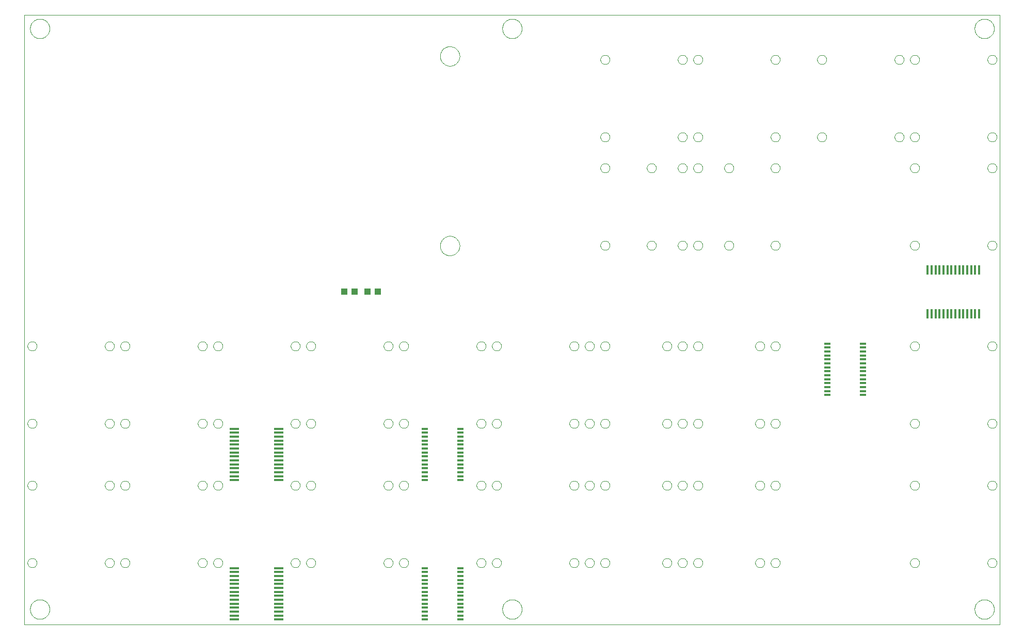
<source format=gbp>
G75*
G70*
%OFA0B0*%
%FSLAX24Y24*%
%IPPOS*%
%LPD*%
%AMOC8*
5,1,8,0,0,1.08239X$1,22.5*
%
%ADD10C,0.0000*%
%ADD11R,0.0390X0.0120*%
%ADD12R,0.0591X0.0157*%
%ADD13R,0.0433X0.0394*%
%ADD14R,0.0157X0.0591*%
D10*
X000487Y000923D02*
X000487Y040293D01*
X063479Y040293D01*
X063479Y000923D01*
X000487Y000923D01*
X000857Y001923D02*
X000859Y001973D01*
X000865Y002023D01*
X000875Y002072D01*
X000889Y002120D01*
X000906Y002167D01*
X000927Y002212D01*
X000952Y002256D01*
X000980Y002297D01*
X001012Y002336D01*
X001046Y002373D01*
X001083Y002407D01*
X001123Y002437D01*
X001165Y002464D01*
X001209Y002488D01*
X001255Y002509D01*
X001302Y002525D01*
X001350Y002538D01*
X001400Y002547D01*
X001449Y002552D01*
X001500Y002553D01*
X001550Y002550D01*
X001599Y002543D01*
X001648Y002532D01*
X001696Y002517D01*
X001742Y002499D01*
X001787Y002477D01*
X001830Y002451D01*
X001871Y002422D01*
X001910Y002390D01*
X001946Y002355D01*
X001978Y002317D01*
X002008Y002277D01*
X002035Y002234D01*
X002058Y002190D01*
X002077Y002144D01*
X002093Y002096D01*
X002105Y002047D01*
X002113Y001998D01*
X002117Y001948D01*
X002117Y001898D01*
X002113Y001848D01*
X002105Y001799D01*
X002093Y001750D01*
X002077Y001702D01*
X002058Y001656D01*
X002035Y001612D01*
X002008Y001569D01*
X001978Y001529D01*
X001946Y001491D01*
X001910Y001456D01*
X001871Y001424D01*
X001830Y001395D01*
X001787Y001369D01*
X001742Y001347D01*
X001696Y001329D01*
X001648Y001314D01*
X001599Y001303D01*
X001550Y001296D01*
X001500Y001293D01*
X001449Y001294D01*
X001400Y001299D01*
X001350Y001308D01*
X001302Y001321D01*
X001255Y001337D01*
X001209Y001358D01*
X001165Y001382D01*
X001123Y001409D01*
X001083Y001439D01*
X001046Y001473D01*
X001012Y001510D01*
X000980Y001549D01*
X000952Y001590D01*
X000927Y001634D01*
X000906Y001679D01*
X000889Y001726D01*
X000875Y001774D01*
X000865Y001823D01*
X000859Y001873D01*
X000857Y001923D01*
X000692Y004923D02*
X000694Y004957D01*
X000700Y004991D01*
X000710Y005024D01*
X000723Y005055D01*
X000741Y005085D01*
X000761Y005113D01*
X000785Y005138D01*
X000811Y005160D01*
X000839Y005178D01*
X000870Y005194D01*
X000902Y005206D01*
X000936Y005214D01*
X000970Y005218D01*
X001004Y005218D01*
X001038Y005214D01*
X001072Y005206D01*
X001104Y005194D01*
X001134Y005178D01*
X001163Y005160D01*
X001189Y005138D01*
X001213Y005113D01*
X001233Y005085D01*
X001251Y005055D01*
X001264Y005024D01*
X001274Y004991D01*
X001280Y004957D01*
X001282Y004923D01*
X001280Y004889D01*
X001274Y004855D01*
X001264Y004822D01*
X001251Y004791D01*
X001233Y004761D01*
X001213Y004733D01*
X001189Y004708D01*
X001163Y004686D01*
X001135Y004668D01*
X001104Y004652D01*
X001072Y004640D01*
X001038Y004632D01*
X001004Y004628D01*
X000970Y004628D01*
X000936Y004632D01*
X000902Y004640D01*
X000870Y004652D01*
X000839Y004668D01*
X000811Y004686D01*
X000785Y004708D01*
X000761Y004733D01*
X000741Y004761D01*
X000723Y004791D01*
X000710Y004822D01*
X000700Y004855D01*
X000694Y004889D01*
X000692Y004923D01*
X005692Y004923D02*
X005694Y004957D01*
X005700Y004991D01*
X005710Y005024D01*
X005723Y005055D01*
X005741Y005085D01*
X005761Y005113D01*
X005785Y005138D01*
X005811Y005160D01*
X005839Y005178D01*
X005870Y005194D01*
X005902Y005206D01*
X005936Y005214D01*
X005970Y005218D01*
X006004Y005218D01*
X006038Y005214D01*
X006072Y005206D01*
X006104Y005194D01*
X006134Y005178D01*
X006163Y005160D01*
X006189Y005138D01*
X006213Y005113D01*
X006233Y005085D01*
X006251Y005055D01*
X006264Y005024D01*
X006274Y004991D01*
X006280Y004957D01*
X006282Y004923D01*
X006280Y004889D01*
X006274Y004855D01*
X006264Y004822D01*
X006251Y004791D01*
X006233Y004761D01*
X006213Y004733D01*
X006189Y004708D01*
X006163Y004686D01*
X006135Y004668D01*
X006104Y004652D01*
X006072Y004640D01*
X006038Y004632D01*
X006004Y004628D01*
X005970Y004628D01*
X005936Y004632D01*
X005902Y004640D01*
X005870Y004652D01*
X005839Y004668D01*
X005811Y004686D01*
X005785Y004708D01*
X005761Y004733D01*
X005741Y004761D01*
X005723Y004791D01*
X005710Y004822D01*
X005700Y004855D01*
X005694Y004889D01*
X005692Y004923D01*
X006692Y004923D02*
X006694Y004957D01*
X006700Y004991D01*
X006710Y005024D01*
X006723Y005055D01*
X006741Y005085D01*
X006761Y005113D01*
X006785Y005138D01*
X006811Y005160D01*
X006839Y005178D01*
X006870Y005194D01*
X006902Y005206D01*
X006936Y005214D01*
X006970Y005218D01*
X007004Y005218D01*
X007038Y005214D01*
X007072Y005206D01*
X007104Y005194D01*
X007134Y005178D01*
X007163Y005160D01*
X007189Y005138D01*
X007213Y005113D01*
X007233Y005085D01*
X007251Y005055D01*
X007264Y005024D01*
X007274Y004991D01*
X007280Y004957D01*
X007282Y004923D01*
X007280Y004889D01*
X007274Y004855D01*
X007264Y004822D01*
X007251Y004791D01*
X007233Y004761D01*
X007213Y004733D01*
X007189Y004708D01*
X007163Y004686D01*
X007135Y004668D01*
X007104Y004652D01*
X007072Y004640D01*
X007038Y004632D01*
X007004Y004628D01*
X006970Y004628D01*
X006936Y004632D01*
X006902Y004640D01*
X006870Y004652D01*
X006839Y004668D01*
X006811Y004686D01*
X006785Y004708D01*
X006761Y004733D01*
X006741Y004761D01*
X006723Y004791D01*
X006710Y004822D01*
X006700Y004855D01*
X006694Y004889D01*
X006692Y004923D01*
X011692Y004923D02*
X011694Y004957D01*
X011700Y004991D01*
X011710Y005024D01*
X011723Y005055D01*
X011741Y005085D01*
X011761Y005113D01*
X011785Y005138D01*
X011811Y005160D01*
X011839Y005178D01*
X011870Y005194D01*
X011902Y005206D01*
X011936Y005214D01*
X011970Y005218D01*
X012004Y005218D01*
X012038Y005214D01*
X012072Y005206D01*
X012104Y005194D01*
X012134Y005178D01*
X012163Y005160D01*
X012189Y005138D01*
X012213Y005113D01*
X012233Y005085D01*
X012251Y005055D01*
X012264Y005024D01*
X012274Y004991D01*
X012280Y004957D01*
X012282Y004923D01*
X012280Y004889D01*
X012274Y004855D01*
X012264Y004822D01*
X012251Y004791D01*
X012233Y004761D01*
X012213Y004733D01*
X012189Y004708D01*
X012163Y004686D01*
X012135Y004668D01*
X012104Y004652D01*
X012072Y004640D01*
X012038Y004632D01*
X012004Y004628D01*
X011970Y004628D01*
X011936Y004632D01*
X011902Y004640D01*
X011870Y004652D01*
X011839Y004668D01*
X011811Y004686D01*
X011785Y004708D01*
X011761Y004733D01*
X011741Y004761D01*
X011723Y004791D01*
X011710Y004822D01*
X011700Y004855D01*
X011694Y004889D01*
X011692Y004923D01*
X012692Y004923D02*
X012694Y004957D01*
X012700Y004991D01*
X012710Y005024D01*
X012723Y005055D01*
X012741Y005085D01*
X012761Y005113D01*
X012785Y005138D01*
X012811Y005160D01*
X012839Y005178D01*
X012870Y005194D01*
X012902Y005206D01*
X012936Y005214D01*
X012970Y005218D01*
X013004Y005218D01*
X013038Y005214D01*
X013072Y005206D01*
X013104Y005194D01*
X013134Y005178D01*
X013163Y005160D01*
X013189Y005138D01*
X013213Y005113D01*
X013233Y005085D01*
X013251Y005055D01*
X013264Y005024D01*
X013274Y004991D01*
X013280Y004957D01*
X013282Y004923D01*
X013280Y004889D01*
X013274Y004855D01*
X013264Y004822D01*
X013251Y004791D01*
X013233Y004761D01*
X013213Y004733D01*
X013189Y004708D01*
X013163Y004686D01*
X013135Y004668D01*
X013104Y004652D01*
X013072Y004640D01*
X013038Y004632D01*
X013004Y004628D01*
X012970Y004628D01*
X012936Y004632D01*
X012902Y004640D01*
X012870Y004652D01*
X012839Y004668D01*
X012811Y004686D01*
X012785Y004708D01*
X012761Y004733D01*
X012741Y004761D01*
X012723Y004791D01*
X012710Y004822D01*
X012700Y004855D01*
X012694Y004889D01*
X012692Y004923D01*
X017692Y004923D02*
X017694Y004957D01*
X017700Y004991D01*
X017710Y005024D01*
X017723Y005055D01*
X017741Y005085D01*
X017761Y005113D01*
X017785Y005138D01*
X017811Y005160D01*
X017839Y005178D01*
X017870Y005194D01*
X017902Y005206D01*
X017936Y005214D01*
X017970Y005218D01*
X018004Y005218D01*
X018038Y005214D01*
X018072Y005206D01*
X018104Y005194D01*
X018134Y005178D01*
X018163Y005160D01*
X018189Y005138D01*
X018213Y005113D01*
X018233Y005085D01*
X018251Y005055D01*
X018264Y005024D01*
X018274Y004991D01*
X018280Y004957D01*
X018282Y004923D01*
X018280Y004889D01*
X018274Y004855D01*
X018264Y004822D01*
X018251Y004791D01*
X018233Y004761D01*
X018213Y004733D01*
X018189Y004708D01*
X018163Y004686D01*
X018135Y004668D01*
X018104Y004652D01*
X018072Y004640D01*
X018038Y004632D01*
X018004Y004628D01*
X017970Y004628D01*
X017936Y004632D01*
X017902Y004640D01*
X017870Y004652D01*
X017839Y004668D01*
X017811Y004686D01*
X017785Y004708D01*
X017761Y004733D01*
X017741Y004761D01*
X017723Y004791D01*
X017710Y004822D01*
X017700Y004855D01*
X017694Y004889D01*
X017692Y004923D01*
X018692Y004923D02*
X018694Y004957D01*
X018700Y004991D01*
X018710Y005024D01*
X018723Y005055D01*
X018741Y005085D01*
X018761Y005113D01*
X018785Y005138D01*
X018811Y005160D01*
X018839Y005178D01*
X018870Y005194D01*
X018902Y005206D01*
X018936Y005214D01*
X018970Y005218D01*
X019004Y005218D01*
X019038Y005214D01*
X019072Y005206D01*
X019104Y005194D01*
X019134Y005178D01*
X019163Y005160D01*
X019189Y005138D01*
X019213Y005113D01*
X019233Y005085D01*
X019251Y005055D01*
X019264Y005024D01*
X019274Y004991D01*
X019280Y004957D01*
X019282Y004923D01*
X019280Y004889D01*
X019274Y004855D01*
X019264Y004822D01*
X019251Y004791D01*
X019233Y004761D01*
X019213Y004733D01*
X019189Y004708D01*
X019163Y004686D01*
X019135Y004668D01*
X019104Y004652D01*
X019072Y004640D01*
X019038Y004632D01*
X019004Y004628D01*
X018970Y004628D01*
X018936Y004632D01*
X018902Y004640D01*
X018870Y004652D01*
X018839Y004668D01*
X018811Y004686D01*
X018785Y004708D01*
X018761Y004733D01*
X018741Y004761D01*
X018723Y004791D01*
X018710Y004822D01*
X018700Y004855D01*
X018694Y004889D01*
X018692Y004923D01*
X023692Y004923D02*
X023694Y004957D01*
X023700Y004991D01*
X023710Y005024D01*
X023723Y005055D01*
X023741Y005085D01*
X023761Y005113D01*
X023785Y005138D01*
X023811Y005160D01*
X023839Y005178D01*
X023870Y005194D01*
X023902Y005206D01*
X023936Y005214D01*
X023970Y005218D01*
X024004Y005218D01*
X024038Y005214D01*
X024072Y005206D01*
X024104Y005194D01*
X024134Y005178D01*
X024163Y005160D01*
X024189Y005138D01*
X024213Y005113D01*
X024233Y005085D01*
X024251Y005055D01*
X024264Y005024D01*
X024274Y004991D01*
X024280Y004957D01*
X024282Y004923D01*
X024280Y004889D01*
X024274Y004855D01*
X024264Y004822D01*
X024251Y004791D01*
X024233Y004761D01*
X024213Y004733D01*
X024189Y004708D01*
X024163Y004686D01*
X024135Y004668D01*
X024104Y004652D01*
X024072Y004640D01*
X024038Y004632D01*
X024004Y004628D01*
X023970Y004628D01*
X023936Y004632D01*
X023902Y004640D01*
X023870Y004652D01*
X023839Y004668D01*
X023811Y004686D01*
X023785Y004708D01*
X023761Y004733D01*
X023741Y004761D01*
X023723Y004791D01*
X023710Y004822D01*
X023700Y004855D01*
X023694Y004889D01*
X023692Y004923D01*
X024692Y004923D02*
X024694Y004957D01*
X024700Y004991D01*
X024710Y005024D01*
X024723Y005055D01*
X024741Y005085D01*
X024761Y005113D01*
X024785Y005138D01*
X024811Y005160D01*
X024839Y005178D01*
X024870Y005194D01*
X024902Y005206D01*
X024936Y005214D01*
X024970Y005218D01*
X025004Y005218D01*
X025038Y005214D01*
X025072Y005206D01*
X025104Y005194D01*
X025134Y005178D01*
X025163Y005160D01*
X025189Y005138D01*
X025213Y005113D01*
X025233Y005085D01*
X025251Y005055D01*
X025264Y005024D01*
X025274Y004991D01*
X025280Y004957D01*
X025282Y004923D01*
X025280Y004889D01*
X025274Y004855D01*
X025264Y004822D01*
X025251Y004791D01*
X025233Y004761D01*
X025213Y004733D01*
X025189Y004708D01*
X025163Y004686D01*
X025135Y004668D01*
X025104Y004652D01*
X025072Y004640D01*
X025038Y004632D01*
X025004Y004628D01*
X024970Y004628D01*
X024936Y004632D01*
X024902Y004640D01*
X024870Y004652D01*
X024839Y004668D01*
X024811Y004686D01*
X024785Y004708D01*
X024761Y004733D01*
X024741Y004761D01*
X024723Y004791D01*
X024710Y004822D01*
X024700Y004855D01*
X024694Y004889D01*
X024692Y004923D01*
X029692Y004923D02*
X029694Y004957D01*
X029700Y004991D01*
X029710Y005024D01*
X029723Y005055D01*
X029741Y005085D01*
X029761Y005113D01*
X029785Y005138D01*
X029811Y005160D01*
X029839Y005178D01*
X029870Y005194D01*
X029902Y005206D01*
X029936Y005214D01*
X029970Y005218D01*
X030004Y005218D01*
X030038Y005214D01*
X030072Y005206D01*
X030104Y005194D01*
X030134Y005178D01*
X030163Y005160D01*
X030189Y005138D01*
X030213Y005113D01*
X030233Y005085D01*
X030251Y005055D01*
X030264Y005024D01*
X030274Y004991D01*
X030280Y004957D01*
X030282Y004923D01*
X030280Y004889D01*
X030274Y004855D01*
X030264Y004822D01*
X030251Y004791D01*
X030233Y004761D01*
X030213Y004733D01*
X030189Y004708D01*
X030163Y004686D01*
X030135Y004668D01*
X030104Y004652D01*
X030072Y004640D01*
X030038Y004632D01*
X030004Y004628D01*
X029970Y004628D01*
X029936Y004632D01*
X029902Y004640D01*
X029870Y004652D01*
X029839Y004668D01*
X029811Y004686D01*
X029785Y004708D01*
X029761Y004733D01*
X029741Y004761D01*
X029723Y004791D01*
X029710Y004822D01*
X029700Y004855D01*
X029694Y004889D01*
X029692Y004923D01*
X030692Y004923D02*
X030694Y004957D01*
X030700Y004991D01*
X030710Y005024D01*
X030723Y005055D01*
X030741Y005085D01*
X030761Y005113D01*
X030785Y005138D01*
X030811Y005160D01*
X030839Y005178D01*
X030870Y005194D01*
X030902Y005206D01*
X030936Y005214D01*
X030970Y005218D01*
X031004Y005218D01*
X031038Y005214D01*
X031072Y005206D01*
X031104Y005194D01*
X031134Y005178D01*
X031163Y005160D01*
X031189Y005138D01*
X031213Y005113D01*
X031233Y005085D01*
X031251Y005055D01*
X031264Y005024D01*
X031274Y004991D01*
X031280Y004957D01*
X031282Y004923D01*
X031280Y004889D01*
X031274Y004855D01*
X031264Y004822D01*
X031251Y004791D01*
X031233Y004761D01*
X031213Y004733D01*
X031189Y004708D01*
X031163Y004686D01*
X031135Y004668D01*
X031104Y004652D01*
X031072Y004640D01*
X031038Y004632D01*
X031004Y004628D01*
X030970Y004628D01*
X030936Y004632D01*
X030902Y004640D01*
X030870Y004652D01*
X030839Y004668D01*
X030811Y004686D01*
X030785Y004708D01*
X030761Y004733D01*
X030741Y004761D01*
X030723Y004791D01*
X030710Y004822D01*
X030700Y004855D01*
X030694Y004889D01*
X030692Y004923D01*
X031357Y001923D02*
X031359Y001973D01*
X031365Y002023D01*
X031375Y002072D01*
X031389Y002120D01*
X031406Y002167D01*
X031427Y002212D01*
X031452Y002256D01*
X031480Y002297D01*
X031512Y002336D01*
X031546Y002373D01*
X031583Y002407D01*
X031623Y002437D01*
X031665Y002464D01*
X031709Y002488D01*
X031755Y002509D01*
X031802Y002525D01*
X031850Y002538D01*
X031900Y002547D01*
X031949Y002552D01*
X032000Y002553D01*
X032050Y002550D01*
X032099Y002543D01*
X032148Y002532D01*
X032196Y002517D01*
X032242Y002499D01*
X032287Y002477D01*
X032330Y002451D01*
X032371Y002422D01*
X032410Y002390D01*
X032446Y002355D01*
X032478Y002317D01*
X032508Y002277D01*
X032535Y002234D01*
X032558Y002190D01*
X032577Y002144D01*
X032593Y002096D01*
X032605Y002047D01*
X032613Y001998D01*
X032617Y001948D01*
X032617Y001898D01*
X032613Y001848D01*
X032605Y001799D01*
X032593Y001750D01*
X032577Y001702D01*
X032558Y001656D01*
X032535Y001612D01*
X032508Y001569D01*
X032478Y001529D01*
X032446Y001491D01*
X032410Y001456D01*
X032371Y001424D01*
X032330Y001395D01*
X032287Y001369D01*
X032242Y001347D01*
X032196Y001329D01*
X032148Y001314D01*
X032099Y001303D01*
X032050Y001296D01*
X032000Y001293D01*
X031949Y001294D01*
X031900Y001299D01*
X031850Y001308D01*
X031802Y001321D01*
X031755Y001337D01*
X031709Y001358D01*
X031665Y001382D01*
X031623Y001409D01*
X031583Y001439D01*
X031546Y001473D01*
X031512Y001510D01*
X031480Y001549D01*
X031452Y001590D01*
X031427Y001634D01*
X031406Y001679D01*
X031389Y001726D01*
X031375Y001774D01*
X031365Y001823D01*
X031359Y001873D01*
X031357Y001923D01*
X035692Y004923D02*
X035694Y004957D01*
X035700Y004991D01*
X035710Y005024D01*
X035723Y005055D01*
X035741Y005085D01*
X035761Y005113D01*
X035785Y005138D01*
X035811Y005160D01*
X035839Y005178D01*
X035870Y005194D01*
X035902Y005206D01*
X035936Y005214D01*
X035970Y005218D01*
X036004Y005218D01*
X036038Y005214D01*
X036072Y005206D01*
X036104Y005194D01*
X036134Y005178D01*
X036163Y005160D01*
X036189Y005138D01*
X036213Y005113D01*
X036233Y005085D01*
X036251Y005055D01*
X036264Y005024D01*
X036274Y004991D01*
X036280Y004957D01*
X036282Y004923D01*
X036280Y004889D01*
X036274Y004855D01*
X036264Y004822D01*
X036251Y004791D01*
X036233Y004761D01*
X036213Y004733D01*
X036189Y004708D01*
X036163Y004686D01*
X036135Y004668D01*
X036104Y004652D01*
X036072Y004640D01*
X036038Y004632D01*
X036004Y004628D01*
X035970Y004628D01*
X035936Y004632D01*
X035902Y004640D01*
X035870Y004652D01*
X035839Y004668D01*
X035811Y004686D01*
X035785Y004708D01*
X035761Y004733D01*
X035741Y004761D01*
X035723Y004791D01*
X035710Y004822D01*
X035700Y004855D01*
X035694Y004889D01*
X035692Y004923D01*
X036692Y004923D02*
X036694Y004957D01*
X036700Y004991D01*
X036710Y005024D01*
X036723Y005055D01*
X036741Y005085D01*
X036761Y005113D01*
X036785Y005138D01*
X036811Y005160D01*
X036839Y005178D01*
X036870Y005194D01*
X036902Y005206D01*
X036936Y005214D01*
X036970Y005218D01*
X037004Y005218D01*
X037038Y005214D01*
X037072Y005206D01*
X037104Y005194D01*
X037134Y005178D01*
X037163Y005160D01*
X037189Y005138D01*
X037213Y005113D01*
X037233Y005085D01*
X037251Y005055D01*
X037264Y005024D01*
X037274Y004991D01*
X037280Y004957D01*
X037282Y004923D01*
X037280Y004889D01*
X037274Y004855D01*
X037264Y004822D01*
X037251Y004791D01*
X037233Y004761D01*
X037213Y004733D01*
X037189Y004708D01*
X037163Y004686D01*
X037135Y004668D01*
X037104Y004652D01*
X037072Y004640D01*
X037038Y004632D01*
X037004Y004628D01*
X036970Y004628D01*
X036936Y004632D01*
X036902Y004640D01*
X036870Y004652D01*
X036839Y004668D01*
X036811Y004686D01*
X036785Y004708D01*
X036761Y004733D01*
X036741Y004761D01*
X036723Y004791D01*
X036710Y004822D01*
X036700Y004855D01*
X036694Y004889D01*
X036692Y004923D01*
X037692Y004923D02*
X037694Y004957D01*
X037700Y004991D01*
X037710Y005024D01*
X037723Y005055D01*
X037741Y005085D01*
X037761Y005113D01*
X037785Y005138D01*
X037811Y005160D01*
X037839Y005178D01*
X037870Y005194D01*
X037902Y005206D01*
X037936Y005214D01*
X037970Y005218D01*
X038004Y005218D01*
X038038Y005214D01*
X038072Y005206D01*
X038104Y005194D01*
X038134Y005178D01*
X038163Y005160D01*
X038189Y005138D01*
X038213Y005113D01*
X038233Y005085D01*
X038251Y005055D01*
X038264Y005024D01*
X038274Y004991D01*
X038280Y004957D01*
X038282Y004923D01*
X038280Y004889D01*
X038274Y004855D01*
X038264Y004822D01*
X038251Y004791D01*
X038233Y004761D01*
X038213Y004733D01*
X038189Y004708D01*
X038163Y004686D01*
X038135Y004668D01*
X038104Y004652D01*
X038072Y004640D01*
X038038Y004632D01*
X038004Y004628D01*
X037970Y004628D01*
X037936Y004632D01*
X037902Y004640D01*
X037870Y004652D01*
X037839Y004668D01*
X037811Y004686D01*
X037785Y004708D01*
X037761Y004733D01*
X037741Y004761D01*
X037723Y004791D01*
X037710Y004822D01*
X037700Y004855D01*
X037694Y004889D01*
X037692Y004923D01*
X041692Y004923D02*
X041694Y004957D01*
X041700Y004991D01*
X041710Y005024D01*
X041723Y005055D01*
X041741Y005085D01*
X041761Y005113D01*
X041785Y005138D01*
X041811Y005160D01*
X041839Y005178D01*
X041870Y005194D01*
X041902Y005206D01*
X041936Y005214D01*
X041970Y005218D01*
X042004Y005218D01*
X042038Y005214D01*
X042072Y005206D01*
X042104Y005194D01*
X042134Y005178D01*
X042163Y005160D01*
X042189Y005138D01*
X042213Y005113D01*
X042233Y005085D01*
X042251Y005055D01*
X042264Y005024D01*
X042274Y004991D01*
X042280Y004957D01*
X042282Y004923D01*
X042280Y004889D01*
X042274Y004855D01*
X042264Y004822D01*
X042251Y004791D01*
X042233Y004761D01*
X042213Y004733D01*
X042189Y004708D01*
X042163Y004686D01*
X042135Y004668D01*
X042104Y004652D01*
X042072Y004640D01*
X042038Y004632D01*
X042004Y004628D01*
X041970Y004628D01*
X041936Y004632D01*
X041902Y004640D01*
X041870Y004652D01*
X041839Y004668D01*
X041811Y004686D01*
X041785Y004708D01*
X041761Y004733D01*
X041741Y004761D01*
X041723Y004791D01*
X041710Y004822D01*
X041700Y004855D01*
X041694Y004889D01*
X041692Y004923D01*
X042692Y004923D02*
X042694Y004957D01*
X042700Y004991D01*
X042710Y005024D01*
X042723Y005055D01*
X042741Y005085D01*
X042761Y005113D01*
X042785Y005138D01*
X042811Y005160D01*
X042839Y005178D01*
X042870Y005194D01*
X042902Y005206D01*
X042936Y005214D01*
X042970Y005218D01*
X043004Y005218D01*
X043038Y005214D01*
X043072Y005206D01*
X043104Y005194D01*
X043134Y005178D01*
X043163Y005160D01*
X043189Y005138D01*
X043213Y005113D01*
X043233Y005085D01*
X043251Y005055D01*
X043264Y005024D01*
X043274Y004991D01*
X043280Y004957D01*
X043282Y004923D01*
X043280Y004889D01*
X043274Y004855D01*
X043264Y004822D01*
X043251Y004791D01*
X043233Y004761D01*
X043213Y004733D01*
X043189Y004708D01*
X043163Y004686D01*
X043135Y004668D01*
X043104Y004652D01*
X043072Y004640D01*
X043038Y004632D01*
X043004Y004628D01*
X042970Y004628D01*
X042936Y004632D01*
X042902Y004640D01*
X042870Y004652D01*
X042839Y004668D01*
X042811Y004686D01*
X042785Y004708D01*
X042761Y004733D01*
X042741Y004761D01*
X042723Y004791D01*
X042710Y004822D01*
X042700Y004855D01*
X042694Y004889D01*
X042692Y004923D01*
X042694Y004957D01*
X042700Y004991D01*
X042710Y005024D01*
X042723Y005055D01*
X042741Y005085D01*
X042761Y005113D01*
X042785Y005138D01*
X042811Y005160D01*
X042839Y005178D01*
X042870Y005194D01*
X042902Y005206D01*
X042936Y005214D01*
X042970Y005218D01*
X043004Y005218D01*
X043038Y005214D01*
X043072Y005206D01*
X043104Y005194D01*
X043134Y005178D01*
X043163Y005160D01*
X043189Y005138D01*
X043213Y005113D01*
X043233Y005085D01*
X043251Y005055D01*
X043264Y005024D01*
X043274Y004991D01*
X043280Y004957D01*
X043282Y004923D01*
X043280Y004889D01*
X043274Y004855D01*
X043264Y004822D01*
X043251Y004791D01*
X043233Y004761D01*
X043213Y004733D01*
X043189Y004708D01*
X043163Y004686D01*
X043135Y004668D01*
X043104Y004652D01*
X043072Y004640D01*
X043038Y004632D01*
X043004Y004628D01*
X042970Y004628D01*
X042936Y004632D01*
X042902Y004640D01*
X042870Y004652D01*
X042839Y004668D01*
X042811Y004686D01*
X042785Y004708D01*
X042761Y004733D01*
X042741Y004761D01*
X042723Y004791D01*
X042710Y004822D01*
X042700Y004855D01*
X042694Y004889D01*
X042692Y004923D01*
X043692Y004923D02*
X043694Y004957D01*
X043700Y004991D01*
X043710Y005024D01*
X043723Y005055D01*
X043741Y005085D01*
X043761Y005113D01*
X043785Y005138D01*
X043811Y005160D01*
X043839Y005178D01*
X043870Y005194D01*
X043902Y005206D01*
X043936Y005214D01*
X043970Y005218D01*
X044004Y005218D01*
X044038Y005214D01*
X044072Y005206D01*
X044104Y005194D01*
X044134Y005178D01*
X044163Y005160D01*
X044189Y005138D01*
X044213Y005113D01*
X044233Y005085D01*
X044251Y005055D01*
X044264Y005024D01*
X044274Y004991D01*
X044280Y004957D01*
X044282Y004923D01*
X044280Y004889D01*
X044274Y004855D01*
X044264Y004822D01*
X044251Y004791D01*
X044233Y004761D01*
X044213Y004733D01*
X044189Y004708D01*
X044163Y004686D01*
X044135Y004668D01*
X044104Y004652D01*
X044072Y004640D01*
X044038Y004632D01*
X044004Y004628D01*
X043970Y004628D01*
X043936Y004632D01*
X043902Y004640D01*
X043870Y004652D01*
X043839Y004668D01*
X043811Y004686D01*
X043785Y004708D01*
X043761Y004733D01*
X043741Y004761D01*
X043723Y004791D01*
X043710Y004822D01*
X043700Y004855D01*
X043694Y004889D01*
X043692Y004923D01*
X047692Y004923D02*
X047694Y004957D01*
X047700Y004991D01*
X047710Y005024D01*
X047723Y005055D01*
X047741Y005085D01*
X047761Y005113D01*
X047785Y005138D01*
X047811Y005160D01*
X047839Y005178D01*
X047870Y005194D01*
X047902Y005206D01*
X047936Y005214D01*
X047970Y005218D01*
X048004Y005218D01*
X048038Y005214D01*
X048072Y005206D01*
X048104Y005194D01*
X048134Y005178D01*
X048163Y005160D01*
X048189Y005138D01*
X048213Y005113D01*
X048233Y005085D01*
X048251Y005055D01*
X048264Y005024D01*
X048274Y004991D01*
X048280Y004957D01*
X048282Y004923D01*
X048280Y004889D01*
X048274Y004855D01*
X048264Y004822D01*
X048251Y004791D01*
X048233Y004761D01*
X048213Y004733D01*
X048189Y004708D01*
X048163Y004686D01*
X048135Y004668D01*
X048104Y004652D01*
X048072Y004640D01*
X048038Y004632D01*
X048004Y004628D01*
X047970Y004628D01*
X047936Y004632D01*
X047902Y004640D01*
X047870Y004652D01*
X047839Y004668D01*
X047811Y004686D01*
X047785Y004708D01*
X047761Y004733D01*
X047741Y004761D01*
X047723Y004791D01*
X047710Y004822D01*
X047700Y004855D01*
X047694Y004889D01*
X047692Y004923D01*
X048692Y004923D02*
X048694Y004957D01*
X048700Y004991D01*
X048710Y005024D01*
X048723Y005055D01*
X048741Y005085D01*
X048761Y005113D01*
X048785Y005138D01*
X048811Y005160D01*
X048839Y005178D01*
X048870Y005194D01*
X048902Y005206D01*
X048936Y005214D01*
X048970Y005218D01*
X049004Y005218D01*
X049038Y005214D01*
X049072Y005206D01*
X049104Y005194D01*
X049134Y005178D01*
X049163Y005160D01*
X049189Y005138D01*
X049213Y005113D01*
X049233Y005085D01*
X049251Y005055D01*
X049264Y005024D01*
X049274Y004991D01*
X049280Y004957D01*
X049282Y004923D01*
X049280Y004889D01*
X049274Y004855D01*
X049264Y004822D01*
X049251Y004791D01*
X049233Y004761D01*
X049213Y004733D01*
X049189Y004708D01*
X049163Y004686D01*
X049135Y004668D01*
X049104Y004652D01*
X049072Y004640D01*
X049038Y004632D01*
X049004Y004628D01*
X048970Y004628D01*
X048936Y004632D01*
X048902Y004640D01*
X048870Y004652D01*
X048839Y004668D01*
X048811Y004686D01*
X048785Y004708D01*
X048761Y004733D01*
X048741Y004761D01*
X048723Y004791D01*
X048710Y004822D01*
X048700Y004855D01*
X048694Y004889D01*
X048692Y004923D01*
X048692Y009923D02*
X048694Y009957D01*
X048700Y009991D01*
X048710Y010024D01*
X048723Y010055D01*
X048741Y010085D01*
X048761Y010113D01*
X048785Y010138D01*
X048811Y010160D01*
X048839Y010178D01*
X048870Y010194D01*
X048902Y010206D01*
X048936Y010214D01*
X048970Y010218D01*
X049004Y010218D01*
X049038Y010214D01*
X049072Y010206D01*
X049104Y010194D01*
X049134Y010178D01*
X049163Y010160D01*
X049189Y010138D01*
X049213Y010113D01*
X049233Y010085D01*
X049251Y010055D01*
X049264Y010024D01*
X049274Y009991D01*
X049280Y009957D01*
X049282Y009923D01*
X049280Y009889D01*
X049274Y009855D01*
X049264Y009822D01*
X049251Y009791D01*
X049233Y009761D01*
X049213Y009733D01*
X049189Y009708D01*
X049163Y009686D01*
X049135Y009668D01*
X049104Y009652D01*
X049072Y009640D01*
X049038Y009632D01*
X049004Y009628D01*
X048970Y009628D01*
X048936Y009632D01*
X048902Y009640D01*
X048870Y009652D01*
X048839Y009668D01*
X048811Y009686D01*
X048785Y009708D01*
X048761Y009733D01*
X048741Y009761D01*
X048723Y009791D01*
X048710Y009822D01*
X048700Y009855D01*
X048694Y009889D01*
X048692Y009923D01*
X047692Y009923D02*
X047694Y009957D01*
X047700Y009991D01*
X047710Y010024D01*
X047723Y010055D01*
X047741Y010085D01*
X047761Y010113D01*
X047785Y010138D01*
X047811Y010160D01*
X047839Y010178D01*
X047870Y010194D01*
X047902Y010206D01*
X047936Y010214D01*
X047970Y010218D01*
X048004Y010218D01*
X048038Y010214D01*
X048072Y010206D01*
X048104Y010194D01*
X048134Y010178D01*
X048163Y010160D01*
X048189Y010138D01*
X048213Y010113D01*
X048233Y010085D01*
X048251Y010055D01*
X048264Y010024D01*
X048274Y009991D01*
X048280Y009957D01*
X048282Y009923D01*
X048280Y009889D01*
X048274Y009855D01*
X048264Y009822D01*
X048251Y009791D01*
X048233Y009761D01*
X048213Y009733D01*
X048189Y009708D01*
X048163Y009686D01*
X048135Y009668D01*
X048104Y009652D01*
X048072Y009640D01*
X048038Y009632D01*
X048004Y009628D01*
X047970Y009628D01*
X047936Y009632D01*
X047902Y009640D01*
X047870Y009652D01*
X047839Y009668D01*
X047811Y009686D01*
X047785Y009708D01*
X047761Y009733D01*
X047741Y009761D01*
X047723Y009791D01*
X047710Y009822D01*
X047700Y009855D01*
X047694Y009889D01*
X047692Y009923D01*
X043692Y009923D02*
X043694Y009957D01*
X043700Y009991D01*
X043710Y010024D01*
X043723Y010055D01*
X043741Y010085D01*
X043761Y010113D01*
X043785Y010138D01*
X043811Y010160D01*
X043839Y010178D01*
X043870Y010194D01*
X043902Y010206D01*
X043936Y010214D01*
X043970Y010218D01*
X044004Y010218D01*
X044038Y010214D01*
X044072Y010206D01*
X044104Y010194D01*
X044134Y010178D01*
X044163Y010160D01*
X044189Y010138D01*
X044213Y010113D01*
X044233Y010085D01*
X044251Y010055D01*
X044264Y010024D01*
X044274Y009991D01*
X044280Y009957D01*
X044282Y009923D01*
X044280Y009889D01*
X044274Y009855D01*
X044264Y009822D01*
X044251Y009791D01*
X044233Y009761D01*
X044213Y009733D01*
X044189Y009708D01*
X044163Y009686D01*
X044135Y009668D01*
X044104Y009652D01*
X044072Y009640D01*
X044038Y009632D01*
X044004Y009628D01*
X043970Y009628D01*
X043936Y009632D01*
X043902Y009640D01*
X043870Y009652D01*
X043839Y009668D01*
X043811Y009686D01*
X043785Y009708D01*
X043761Y009733D01*
X043741Y009761D01*
X043723Y009791D01*
X043710Y009822D01*
X043700Y009855D01*
X043694Y009889D01*
X043692Y009923D01*
X042692Y009923D02*
X042694Y009957D01*
X042700Y009991D01*
X042710Y010024D01*
X042723Y010055D01*
X042741Y010085D01*
X042761Y010113D01*
X042785Y010138D01*
X042811Y010160D01*
X042839Y010178D01*
X042870Y010194D01*
X042902Y010206D01*
X042936Y010214D01*
X042970Y010218D01*
X043004Y010218D01*
X043038Y010214D01*
X043072Y010206D01*
X043104Y010194D01*
X043134Y010178D01*
X043163Y010160D01*
X043189Y010138D01*
X043213Y010113D01*
X043233Y010085D01*
X043251Y010055D01*
X043264Y010024D01*
X043274Y009991D01*
X043280Y009957D01*
X043282Y009923D01*
X043280Y009889D01*
X043274Y009855D01*
X043264Y009822D01*
X043251Y009791D01*
X043233Y009761D01*
X043213Y009733D01*
X043189Y009708D01*
X043163Y009686D01*
X043135Y009668D01*
X043104Y009652D01*
X043072Y009640D01*
X043038Y009632D01*
X043004Y009628D01*
X042970Y009628D01*
X042936Y009632D01*
X042902Y009640D01*
X042870Y009652D01*
X042839Y009668D01*
X042811Y009686D01*
X042785Y009708D01*
X042761Y009733D01*
X042741Y009761D01*
X042723Y009791D01*
X042710Y009822D01*
X042700Y009855D01*
X042694Y009889D01*
X042692Y009923D01*
X042694Y009957D01*
X042700Y009991D01*
X042710Y010024D01*
X042723Y010055D01*
X042741Y010085D01*
X042761Y010113D01*
X042785Y010138D01*
X042811Y010160D01*
X042839Y010178D01*
X042870Y010194D01*
X042902Y010206D01*
X042936Y010214D01*
X042970Y010218D01*
X043004Y010218D01*
X043038Y010214D01*
X043072Y010206D01*
X043104Y010194D01*
X043134Y010178D01*
X043163Y010160D01*
X043189Y010138D01*
X043213Y010113D01*
X043233Y010085D01*
X043251Y010055D01*
X043264Y010024D01*
X043274Y009991D01*
X043280Y009957D01*
X043282Y009923D01*
X043280Y009889D01*
X043274Y009855D01*
X043264Y009822D01*
X043251Y009791D01*
X043233Y009761D01*
X043213Y009733D01*
X043189Y009708D01*
X043163Y009686D01*
X043135Y009668D01*
X043104Y009652D01*
X043072Y009640D01*
X043038Y009632D01*
X043004Y009628D01*
X042970Y009628D01*
X042936Y009632D01*
X042902Y009640D01*
X042870Y009652D01*
X042839Y009668D01*
X042811Y009686D01*
X042785Y009708D01*
X042761Y009733D01*
X042741Y009761D01*
X042723Y009791D01*
X042710Y009822D01*
X042700Y009855D01*
X042694Y009889D01*
X042692Y009923D01*
X041692Y009923D02*
X041694Y009957D01*
X041700Y009991D01*
X041710Y010024D01*
X041723Y010055D01*
X041741Y010085D01*
X041761Y010113D01*
X041785Y010138D01*
X041811Y010160D01*
X041839Y010178D01*
X041870Y010194D01*
X041902Y010206D01*
X041936Y010214D01*
X041970Y010218D01*
X042004Y010218D01*
X042038Y010214D01*
X042072Y010206D01*
X042104Y010194D01*
X042134Y010178D01*
X042163Y010160D01*
X042189Y010138D01*
X042213Y010113D01*
X042233Y010085D01*
X042251Y010055D01*
X042264Y010024D01*
X042274Y009991D01*
X042280Y009957D01*
X042282Y009923D01*
X042280Y009889D01*
X042274Y009855D01*
X042264Y009822D01*
X042251Y009791D01*
X042233Y009761D01*
X042213Y009733D01*
X042189Y009708D01*
X042163Y009686D01*
X042135Y009668D01*
X042104Y009652D01*
X042072Y009640D01*
X042038Y009632D01*
X042004Y009628D01*
X041970Y009628D01*
X041936Y009632D01*
X041902Y009640D01*
X041870Y009652D01*
X041839Y009668D01*
X041811Y009686D01*
X041785Y009708D01*
X041761Y009733D01*
X041741Y009761D01*
X041723Y009791D01*
X041710Y009822D01*
X041700Y009855D01*
X041694Y009889D01*
X041692Y009923D01*
X037692Y009923D02*
X037694Y009957D01*
X037700Y009991D01*
X037710Y010024D01*
X037723Y010055D01*
X037741Y010085D01*
X037761Y010113D01*
X037785Y010138D01*
X037811Y010160D01*
X037839Y010178D01*
X037870Y010194D01*
X037902Y010206D01*
X037936Y010214D01*
X037970Y010218D01*
X038004Y010218D01*
X038038Y010214D01*
X038072Y010206D01*
X038104Y010194D01*
X038134Y010178D01*
X038163Y010160D01*
X038189Y010138D01*
X038213Y010113D01*
X038233Y010085D01*
X038251Y010055D01*
X038264Y010024D01*
X038274Y009991D01*
X038280Y009957D01*
X038282Y009923D01*
X038280Y009889D01*
X038274Y009855D01*
X038264Y009822D01*
X038251Y009791D01*
X038233Y009761D01*
X038213Y009733D01*
X038189Y009708D01*
X038163Y009686D01*
X038135Y009668D01*
X038104Y009652D01*
X038072Y009640D01*
X038038Y009632D01*
X038004Y009628D01*
X037970Y009628D01*
X037936Y009632D01*
X037902Y009640D01*
X037870Y009652D01*
X037839Y009668D01*
X037811Y009686D01*
X037785Y009708D01*
X037761Y009733D01*
X037741Y009761D01*
X037723Y009791D01*
X037710Y009822D01*
X037700Y009855D01*
X037694Y009889D01*
X037692Y009923D01*
X036692Y009923D02*
X036694Y009957D01*
X036700Y009991D01*
X036710Y010024D01*
X036723Y010055D01*
X036741Y010085D01*
X036761Y010113D01*
X036785Y010138D01*
X036811Y010160D01*
X036839Y010178D01*
X036870Y010194D01*
X036902Y010206D01*
X036936Y010214D01*
X036970Y010218D01*
X037004Y010218D01*
X037038Y010214D01*
X037072Y010206D01*
X037104Y010194D01*
X037134Y010178D01*
X037163Y010160D01*
X037189Y010138D01*
X037213Y010113D01*
X037233Y010085D01*
X037251Y010055D01*
X037264Y010024D01*
X037274Y009991D01*
X037280Y009957D01*
X037282Y009923D01*
X037280Y009889D01*
X037274Y009855D01*
X037264Y009822D01*
X037251Y009791D01*
X037233Y009761D01*
X037213Y009733D01*
X037189Y009708D01*
X037163Y009686D01*
X037135Y009668D01*
X037104Y009652D01*
X037072Y009640D01*
X037038Y009632D01*
X037004Y009628D01*
X036970Y009628D01*
X036936Y009632D01*
X036902Y009640D01*
X036870Y009652D01*
X036839Y009668D01*
X036811Y009686D01*
X036785Y009708D01*
X036761Y009733D01*
X036741Y009761D01*
X036723Y009791D01*
X036710Y009822D01*
X036700Y009855D01*
X036694Y009889D01*
X036692Y009923D01*
X035692Y009923D02*
X035694Y009957D01*
X035700Y009991D01*
X035710Y010024D01*
X035723Y010055D01*
X035741Y010085D01*
X035761Y010113D01*
X035785Y010138D01*
X035811Y010160D01*
X035839Y010178D01*
X035870Y010194D01*
X035902Y010206D01*
X035936Y010214D01*
X035970Y010218D01*
X036004Y010218D01*
X036038Y010214D01*
X036072Y010206D01*
X036104Y010194D01*
X036134Y010178D01*
X036163Y010160D01*
X036189Y010138D01*
X036213Y010113D01*
X036233Y010085D01*
X036251Y010055D01*
X036264Y010024D01*
X036274Y009991D01*
X036280Y009957D01*
X036282Y009923D01*
X036280Y009889D01*
X036274Y009855D01*
X036264Y009822D01*
X036251Y009791D01*
X036233Y009761D01*
X036213Y009733D01*
X036189Y009708D01*
X036163Y009686D01*
X036135Y009668D01*
X036104Y009652D01*
X036072Y009640D01*
X036038Y009632D01*
X036004Y009628D01*
X035970Y009628D01*
X035936Y009632D01*
X035902Y009640D01*
X035870Y009652D01*
X035839Y009668D01*
X035811Y009686D01*
X035785Y009708D01*
X035761Y009733D01*
X035741Y009761D01*
X035723Y009791D01*
X035710Y009822D01*
X035700Y009855D01*
X035694Y009889D01*
X035692Y009923D01*
X030692Y009923D02*
X030694Y009957D01*
X030700Y009991D01*
X030710Y010024D01*
X030723Y010055D01*
X030741Y010085D01*
X030761Y010113D01*
X030785Y010138D01*
X030811Y010160D01*
X030839Y010178D01*
X030870Y010194D01*
X030902Y010206D01*
X030936Y010214D01*
X030970Y010218D01*
X031004Y010218D01*
X031038Y010214D01*
X031072Y010206D01*
X031104Y010194D01*
X031134Y010178D01*
X031163Y010160D01*
X031189Y010138D01*
X031213Y010113D01*
X031233Y010085D01*
X031251Y010055D01*
X031264Y010024D01*
X031274Y009991D01*
X031280Y009957D01*
X031282Y009923D01*
X031280Y009889D01*
X031274Y009855D01*
X031264Y009822D01*
X031251Y009791D01*
X031233Y009761D01*
X031213Y009733D01*
X031189Y009708D01*
X031163Y009686D01*
X031135Y009668D01*
X031104Y009652D01*
X031072Y009640D01*
X031038Y009632D01*
X031004Y009628D01*
X030970Y009628D01*
X030936Y009632D01*
X030902Y009640D01*
X030870Y009652D01*
X030839Y009668D01*
X030811Y009686D01*
X030785Y009708D01*
X030761Y009733D01*
X030741Y009761D01*
X030723Y009791D01*
X030710Y009822D01*
X030700Y009855D01*
X030694Y009889D01*
X030692Y009923D01*
X029692Y009923D02*
X029694Y009957D01*
X029700Y009991D01*
X029710Y010024D01*
X029723Y010055D01*
X029741Y010085D01*
X029761Y010113D01*
X029785Y010138D01*
X029811Y010160D01*
X029839Y010178D01*
X029870Y010194D01*
X029902Y010206D01*
X029936Y010214D01*
X029970Y010218D01*
X030004Y010218D01*
X030038Y010214D01*
X030072Y010206D01*
X030104Y010194D01*
X030134Y010178D01*
X030163Y010160D01*
X030189Y010138D01*
X030213Y010113D01*
X030233Y010085D01*
X030251Y010055D01*
X030264Y010024D01*
X030274Y009991D01*
X030280Y009957D01*
X030282Y009923D01*
X030280Y009889D01*
X030274Y009855D01*
X030264Y009822D01*
X030251Y009791D01*
X030233Y009761D01*
X030213Y009733D01*
X030189Y009708D01*
X030163Y009686D01*
X030135Y009668D01*
X030104Y009652D01*
X030072Y009640D01*
X030038Y009632D01*
X030004Y009628D01*
X029970Y009628D01*
X029936Y009632D01*
X029902Y009640D01*
X029870Y009652D01*
X029839Y009668D01*
X029811Y009686D01*
X029785Y009708D01*
X029761Y009733D01*
X029741Y009761D01*
X029723Y009791D01*
X029710Y009822D01*
X029700Y009855D01*
X029694Y009889D01*
X029692Y009923D01*
X024692Y009923D02*
X024694Y009957D01*
X024700Y009991D01*
X024710Y010024D01*
X024723Y010055D01*
X024741Y010085D01*
X024761Y010113D01*
X024785Y010138D01*
X024811Y010160D01*
X024839Y010178D01*
X024870Y010194D01*
X024902Y010206D01*
X024936Y010214D01*
X024970Y010218D01*
X025004Y010218D01*
X025038Y010214D01*
X025072Y010206D01*
X025104Y010194D01*
X025134Y010178D01*
X025163Y010160D01*
X025189Y010138D01*
X025213Y010113D01*
X025233Y010085D01*
X025251Y010055D01*
X025264Y010024D01*
X025274Y009991D01*
X025280Y009957D01*
X025282Y009923D01*
X025280Y009889D01*
X025274Y009855D01*
X025264Y009822D01*
X025251Y009791D01*
X025233Y009761D01*
X025213Y009733D01*
X025189Y009708D01*
X025163Y009686D01*
X025135Y009668D01*
X025104Y009652D01*
X025072Y009640D01*
X025038Y009632D01*
X025004Y009628D01*
X024970Y009628D01*
X024936Y009632D01*
X024902Y009640D01*
X024870Y009652D01*
X024839Y009668D01*
X024811Y009686D01*
X024785Y009708D01*
X024761Y009733D01*
X024741Y009761D01*
X024723Y009791D01*
X024710Y009822D01*
X024700Y009855D01*
X024694Y009889D01*
X024692Y009923D01*
X023692Y009923D02*
X023694Y009957D01*
X023700Y009991D01*
X023710Y010024D01*
X023723Y010055D01*
X023741Y010085D01*
X023761Y010113D01*
X023785Y010138D01*
X023811Y010160D01*
X023839Y010178D01*
X023870Y010194D01*
X023902Y010206D01*
X023936Y010214D01*
X023970Y010218D01*
X024004Y010218D01*
X024038Y010214D01*
X024072Y010206D01*
X024104Y010194D01*
X024134Y010178D01*
X024163Y010160D01*
X024189Y010138D01*
X024213Y010113D01*
X024233Y010085D01*
X024251Y010055D01*
X024264Y010024D01*
X024274Y009991D01*
X024280Y009957D01*
X024282Y009923D01*
X024280Y009889D01*
X024274Y009855D01*
X024264Y009822D01*
X024251Y009791D01*
X024233Y009761D01*
X024213Y009733D01*
X024189Y009708D01*
X024163Y009686D01*
X024135Y009668D01*
X024104Y009652D01*
X024072Y009640D01*
X024038Y009632D01*
X024004Y009628D01*
X023970Y009628D01*
X023936Y009632D01*
X023902Y009640D01*
X023870Y009652D01*
X023839Y009668D01*
X023811Y009686D01*
X023785Y009708D01*
X023761Y009733D01*
X023741Y009761D01*
X023723Y009791D01*
X023710Y009822D01*
X023700Y009855D01*
X023694Y009889D01*
X023692Y009923D01*
X018692Y009923D02*
X018694Y009957D01*
X018700Y009991D01*
X018710Y010024D01*
X018723Y010055D01*
X018741Y010085D01*
X018761Y010113D01*
X018785Y010138D01*
X018811Y010160D01*
X018839Y010178D01*
X018870Y010194D01*
X018902Y010206D01*
X018936Y010214D01*
X018970Y010218D01*
X019004Y010218D01*
X019038Y010214D01*
X019072Y010206D01*
X019104Y010194D01*
X019134Y010178D01*
X019163Y010160D01*
X019189Y010138D01*
X019213Y010113D01*
X019233Y010085D01*
X019251Y010055D01*
X019264Y010024D01*
X019274Y009991D01*
X019280Y009957D01*
X019282Y009923D01*
X019280Y009889D01*
X019274Y009855D01*
X019264Y009822D01*
X019251Y009791D01*
X019233Y009761D01*
X019213Y009733D01*
X019189Y009708D01*
X019163Y009686D01*
X019135Y009668D01*
X019104Y009652D01*
X019072Y009640D01*
X019038Y009632D01*
X019004Y009628D01*
X018970Y009628D01*
X018936Y009632D01*
X018902Y009640D01*
X018870Y009652D01*
X018839Y009668D01*
X018811Y009686D01*
X018785Y009708D01*
X018761Y009733D01*
X018741Y009761D01*
X018723Y009791D01*
X018710Y009822D01*
X018700Y009855D01*
X018694Y009889D01*
X018692Y009923D01*
X017692Y009923D02*
X017694Y009957D01*
X017700Y009991D01*
X017710Y010024D01*
X017723Y010055D01*
X017741Y010085D01*
X017761Y010113D01*
X017785Y010138D01*
X017811Y010160D01*
X017839Y010178D01*
X017870Y010194D01*
X017902Y010206D01*
X017936Y010214D01*
X017970Y010218D01*
X018004Y010218D01*
X018038Y010214D01*
X018072Y010206D01*
X018104Y010194D01*
X018134Y010178D01*
X018163Y010160D01*
X018189Y010138D01*
X018213Y010113D01*
X018233Y010085D01*
X018251Y010055D01*
X018264Y010024D01*
X018274Y009991D01*
X018280Y009957D01*
X018282Y009923D01*
X018280Y009889D01*
X018274Y009855D01*
X018264Y009822D01*
X018251Y009791D01*
X018233Y009761D01*
X018213Y009733D01*
X018189Y009708D01*
X018163Y009686D01*
X018135Y009668D01*
X018104Y009652D01*
X018072Y009640D01*
X018038Y009632D01*
X018004Y009628D01*
X017970Y009628D01*
X017936Y009632D01*
X017902Y009640D01*
X017870Y009652D01*
X017839Y009668D01*
X017811Y009686D01*
X017785Y009708D01*
X017761Y009733D01*
X017741Y009761D01*
X017723Y009791D01*
X017710Y009822D01*
X017700Y009855D01*
X017694Y009889D01*
X017692Y009923D01*
X012692Y009923D02*
X012694Y009957D01*
X012700Y009991D01*
X012710Y010024D01*
X012723Y010055D01*
X012741Y010085D01*
X012761Y010113D01*
X012785Y010138D01*
X012811Y010160D01*
X012839Y010178D01*
X012870Y010194D01*
X012902Y010206D01*
X012936Y010214D01*
X012970Y010218D01*
X013004Y010218D01*
X013038Y010214D01*
X013072Y010206D01*
X013104Y010194D01*
X013134Y010178D01*
X013163Y010160D01*
X013189Y010138D01*
X013213Y010113D01*
X013233Y010085D01*
X013251Y010055D01*
X013264Y010024D01*
X013274Y009991D01*
X013280Y009957D01*
X013282Y009923D01*
X013280Y009889D01*
X013274Y009855D01*
X013264Y009822D01*
X013251Y009791D01*
X013233Y009761D01*
X013213Y009733D01*
X013189Y009708D01*
X013163Y009686D01*
X013135Y009668D01*
X013104Y009652D01*
X013072Y009640D01*
X013038Y009632D01*
X013004Y009628D01*
X012970Y009628D01*
X012936Y009632D01*
X012902Y009640D01*
X012870Y009652D01*
X012839Y009668D01*
X012811Y009686D01*
X012785Y009708D01*
X012761Y009733D01*
X012741Y009761D01*
X012723Y009791D01*
X012710Y009822D01*
X012700Y009855D01*
X012694Y009889D01*
X012692Y009923D01*
X011692Y009923D02*
X011694Y009957D01*
X011700Y009991D01*
X011710Y010024D01*
X011723Y010055D01*
X011741Y010085D01*
X011761Y010113D01*
X011785Y010138D01*
X011811Y010160D01*
X011839Y010178D01*
X011870Y010194D01*
X011902Y010206D01*
X011936Y010214D01*
X011970Y010218D01*
X012004Y010218D01*
X012038Y010214D01*
X012072Y010206D01*
X012104Y010194D01*
X012134Y010178D01*
X012163Y010160D01*
X012189Y010138D01*
X012213Y010113D01*
X012233Y010085D01*
X012251Y010055D01*
X012264Y010024D01*
X012274Y009991D01*
X012280Y009957D01*
X012282Y009923D01*
X012280Y009889D01*
X012274Y009855D01*
X012264Y009822D01*
X012251Y009791D01*
X012233Y009761D01*
X012213Y009733D01*
X012189Y009708D01*
X012163Y009686D01*
X012135Y009668D01*
X012104Y009652D01*
X012072Y009640D01*
X012038Y009632D01*
X012004Y009628D01*
X011970Y009628D01*
X011936Y009632D01*
X011902Y009640D01*
X011870Y009652D01*
X011839Y009668D01*
X011811Y009686D01*
X011785Y009708D01*
X011761Y009733D01*
X011741Y009761D01*
X011723Y009791D01*
X011710Y009822D01*
X011700Y009855D01*
X011694Y009889D01*
X011692Y009923D01*
X006692Y009923D02*
X006694Y009957D01*
X006700Y009991D01*
X006710Y010024D01*
X006723Y010055D01*
X006741Y010085D01*
X006761Y010113D01*
X006785Y010138D01*
X006811Y010160D01*
X006839Y010178D01*
X006870Y010194D01*
X006902Y010206D01*
X006936Y010214D01*
X006970Y010218D01*
X007004Y010218D01*
X007038Y010214D01*
X007072Y010206D01*
X007104Y010194D01*
X007134Y010178D01*
X007163Y010160D01*
X007189Y010138D01*
X007213Y010113D01*
X007233Y010085D01*
X007251Y010055D01*
X007264Y010024D01*
X007274Y009991D01*
X007280Y009957D01*
X007282Y009923D01*
X007280Y009889D01*
X007274Y009855D01*
X007264Y009822D01*
X007251Y009791D01*
X007233Y009761D01*
X007213Y009733D01*
X007189Y009708D01*
X007163Y009686D01*
X007135Y009668D01*
X007104Y009652D01*
X007072Y009640D01*
X007038Y009632D01*
X007004Y009628D01*
X006970Y009628D01*
X006936Y009632D01*
X006902Y009640D01*
X006870Y009652D01*
X006839Y009668D01*
X006811Y009686D01*
X006785Y009708D01*
X006761Y009733D01*
X006741Y009761D01*
X006723Y009791D01*
X006710Y009822D01*
X006700Y009855D01*
X006694Y009889D01*
X006692Y009923D01*
X005692Y009923D02*
X005694Y009957D01*
X005700Y009991D01*
X005710Y010024D01*
X005723Y010055D01*
X005741Y010085D01*
X005761Y010113D01*
X005785Y010138D01*
X005811Y010160D01*
X005839Y010178D01*
X005870Y010194D01*
X005902Y010206D01*
X005936Y010214D01*
X005970Y010218D01*
X006004Y010218D01*
X006038Y010214D01*
X006072Y010206D01*
X006104Y010194D01*
X006134Y010178D01*
X006163Y010160D01*
X006189Y010138D01*
X006213Y010113D01*
X006233Y010085D01*
X006251Y010055D01*
X006264Y010024D01*
X006274Y009991D01*
X006280Y009957D01*
X006282Y009923D01*
X006280Y009889D01*
X006274Y009855D01*
X006264Y009822D01*
X006251Y009791D01*
X006233Y009761D01*
X006213Y009733D01*
X006189Y009708D01*
X006163Y009686D01*
X006135Y009668D01*
X006104Y009652D01*
X006072Y009640D01*
X006038Y009632D01*
X006004Y009628D01*
X005970Y009628D01*
X005936Y009632D01*
X005902Y009640D01*
X005870Y009652D01*
X005839Y009668D01*
X005811Y009686D01*
X005785Y009708D01*
X005761Y009733D01*
X005741Y009761D01*
X005723Y009791D01*
X005710Y009822D01*
X005700Y009855D01*
X005694Y009889D01*
X005692Y009923D01*
X000692Y009923D02*
X000694Y009957D01*
X000700Y009991D01*
X000710Y010024D01*
X000723Y010055D01*
X000741Y010085D01*
X000761Y010113D01*
X000785Y010138D01*
X000811Y010160D01*
X000839Y010178D01*
X000870Y010194D01*
X000902Y010206D01*
X000936Y010214D01*
X000970Y010218D01*
X001004Y010218D01*
X001038Y010214D01*
X001072Y010206D01*
X001104Y010194D01*
X001134Y010178D01*
X001163Y010160D01*
X001189Y010138D01*
X001213Y010113D01*
X001233Y010085D01*
X001251Y010055D01*
X001264Y010024D01*
X001274Y009991D01*
X001280Y009957D01*
X001282Y009923D01*
X001280Y009889D01*
X001274Y009855D01*
X001264Y009822D01*
X001251Y009791D01*
X001233Y009761D01*
X001213Y009733D01*
X001189Y009708D01*
X001163Y009686D01*
X001135Y009668D01*
X001104Y009652D01*
X001072Y009640D01*
X001038Y009632D01*
X001004Y009628D01*
X000970Y009628D01*
X000936Y009632D01*
X000902Y009640D01*
X000870Y009652D01*
X000839Y009668D01*
X000811Y009686D01*
X000785Y009708D01*
X000761Y009733D01*
X000741Y009761D01*
X000723Y009791D01*
X000710Y009822D01*
X000700Y009855D01*
X000694Y009889D01*
X000692Y009923D01*
X000692Y013923D02*
X000694Y013957D01*
X000700Y013991D01*
X000710Y014024D01*
X000723Y014055D01*
X000741Y014085D01*
X000761Y014113D01*
X000785Y014138D01*
X000811Y014160D01*
X000839Y014178D01*
X000870Y014194D01*
X000902Y014206D01*
X000936Y014214D01*
X000970Y014218D01*
X001004Y014218D01*
X001038Y014214D01*
X001072Y014206D01*
X001104Y014194D01*
X001134Y014178D01*
X001163Y014160D01*
X001189Y014138D01*
X001213Y014113D01*
X001233Y014085D01*
X001251Y014055D01*
X001264Y014024D01*
X001274Y013991D01*
X001280Y013957D01*
X001282Y013923D01*
X001280Y013889D01*
X001274Y013855D01*
X001264Y013822D01*
X001251Y013791D01*
X001233Y013761D01*
X001213Y013733D01*
X001189Y013708D01*
X001163Y013686D01*
X001135Y013668D01*
X001104Y013652D01*
X001072Y013640D01*
X001038Y013632D01*
X001004Y013628D01*
X000970Y013628D01*
X000936Y013632D01*
X000902Y013640D01*
X000870Y013652D01*
X000839Y013668D01*
X000811Y013686D01*
X000785Y013708D01*
X000761Y013733D01*
X000741Y013761D01*
X000723Y013791D01*
X000710Y013822D01*
X000700Y013855D01*
X000694Y013889D01*
X000692Y013923D01*
X005692Y013923D02*
X005694Y013957D01*
X005700Y013991D01*
X005710Y014024D01*
X005723Y014055D01*
X005741Y014085D01*
X005761Y014113D01*
X005785Y014138D01*
X005811Y014160D01*
X005839Y014178D01*
X005870Y014194D01*
X005902Y014206D01*
X005936Y014214D01*
X005970Y014218D01*
X006004Y014218D01*
X006038Y014214D01*
X006072Y014206D01*
X006104Y014194D01*
X006134Y014178D01*
X006163Y014160D01*
X006189Y014138D01*
X006213Y014113D01*
X006233Y014085D01*
X006251Y014055D01*
X006264Y014024D01*
X006274Y013991D01*
X006280Y013957D01*
X006282Y013923D01*
X006280Y013889D01*
X006274Y013855D01*
X006264Y013822D01*
X006251Y013791D01*
X006233Y013761D01*
X006213Y013733D01*
X006189Y013708D01*
X006163Y013686D01*
X006135Y013668D01*
X006104Y013652D01*
X006072Y013640D01*
X006038Y013632D01*
X006004Y013628D01*
X005970Y013628D01*
X005936Y013632D01*
X005902Y013640D01*
X005870Y013652D01*
X005839Y013668D01*
X005811Y013686D01*
X005785Y013708D01*
X005761Y013733D01*
X005741Y013761D01*
X005723Y013791D01*
X005710Y013822D01*
X005700Y013855D01*
X005694Y013889D01*
X005692Y013923D01*
X006692Y013923D02*
X006694Y013957D01*
X006700Y013991D01*
X006710Y014024D01*
X006723Y014055D01*
X006741Y014085D01*
X006761Y014113D01*
X006785Y014138D01*
X006811Y014160D01*
X006839Y014178D01*
X006870Y014194D01*
X006902Y014206D01*
X006936Y014214D01*
X006970Y014218D01*
X007004Y014218D01*
X007038Y014214D01*
X007072Y014206D01*
X007104Y014194D01*
X007134Y014178D01*
X007163Y014160D01*
X007189Y014138D01*
X007213Y014113D01*
X007233Y014085D01*
X007251Y014055D01*
X007264Y014024D01*
X007274Y013991D01*
X007280Y013957D01*
X007282Y013923D01*
X007280Y013889D01*
X007274Y013855D01*
X007264Y013822D01*
X007251Y013791D01*
X007233Y013761D01*
X007213Y013733D01*
X007189Y013708D01*
X007163Y013686D01*
X007135Y013668D01*
X007104Y013652D01*
X007072Y013640D01*
X007038Y013632D01*
X007004Y013628D01*
X006970Y013628D01*
X006936Y013632D01*
X006902Y013640D01*
X006870Y013652D01*
X006839Y013668D01*
X006811Y013686D01*
X006785Y013708D01*
X006761Y013733D01*
X006741Y013761D01*
X006723Y013791D01*
X006710Y013822D01*
X006700Y013855D01*
X006694Y013889D01*
X006692Y013923D01*
X011692Y013923D02*
X011694Y013957D01*
X011700Y013991D01*
X011710Y014024D01*
X011723Y014055D01*
X011741Y014085D01*
X011761Y014113D01*
X011785Y014138D01*
X011811Y014160D01*
X011839Y014178D01*
X011870Y014194D01*
X011902Y014206D01*
X011936Y014214D01*
X011970Y014218D01*
X012004Y014218D01*
X012038Y014214D01*
X012072Y014206D01*
X012104Y014194D01*
X012134Y014178D01*
X012163Y014160D01*
X012189Y014138D01*
X012213Y014113D01*
X012233Y014085D01*
X012251Y014055D01*
X012264Y014024D01*
X012274Y013991D01*
X012280Y013957D01*
X012282Y013923D01*
X012280Y013889D01*
X012274Y013855D01*
X012264Y013822D01*
X012251Y013791D01*
X012233Y013761D01*
X012213Y013733D01*
X012189Y013708D01*
X012163Y013686D01*
X012135Y013668D01*
X012104Y013652D01*
X012072Y013640D01*
X012038Y013632D01*
X012004Y013628D01*
X011970Y013628D01*
X011936Y013632D01*
X011902Y013640D01*
X011870Y013652D01*
X011839Y013668D01*
X011811Y013686D01*
X011785Y013708D01*
X011761Y013733D01*
X011741Y013761D01*
X011723Y013791D01*
X011710Y013822D01*
X011700Y013855D01*
X011694Y013889D01*
X011692Y013923D01*
X012692Y013923D02*
X012694Y013957D01*
X012700Y013991D01*
X012710Y014024D01*
X012723Y014055D01*
X012741Y014085D01*
X012761Y014113D01*
X012785Y014138D01*
X012811Y014160D01*
X012839Y014178D01*
X012870Y014194D01*
X012902Y014206D01*
X012936Y014214D01*
X012970Y014218D01*
X013004Y014218D01*
X013038Y014214D01*
X013072Y014206D01*
X013104Y014194D01*
X013134Y014178D01*
X013163Y014160D01*
X013189Y014138D01*
X013213Y014113D01*
X013233Y014085D01*
X013251Y014055D01*
X013264Y014024D01*
X013274Y013991D01*
X013280Y013957D01*
X013282Y013923D01*
X013280Y013889D01*
X013274Y013855D01*
X013264Y013822D01*
X013251Y013791D01*
X013233Y013761D01*
X013213Y013733D01*
X013189Y013708D01*
X013163Y013686D01*
X013135Y013668D01*
X013104Y013652D01*
X013072Y013640D01*
X013038Y013632D01*
X013004Y013628D01*
X012970Y013628D01*
X012936Y013632D01*
X012902Y013640D01*
X012870Y013652D01*
X012839Y013668D01*
X012811Y013686D01*
X012785Y013708D01*
X012761Y013733D01*
X012741Y013761D01*
X012723Y013791D01*
X012710Y013822D01*
X012700Y013855D01*
X012694Y013889D01*
X012692Y013923D01*
X017692Y013923D02*
X017694Y013957D01*
X017700Y013991D01*
X017710Y014024D01*
X017723Y014055D01*
X017741Y014085D01*
X017761Y014113D01*
X017785Y014138D01*
X017811Y014160D01*
X017839Y014178D01*
X017870Y014194D01*
X017902Y014206D01*
X017936Y014214D01*
X017970Y014218D01*
X018004Y014218D01*
X018038Y014214D01*
X018072Y014206D01*
X018104Y014194D01*
X018134Y014178D01*
X018163Y014160D01*
X018189Y014138D01*
X018213Y014113D01*
X018233Y014085D01*
X018251Y014055D01*
X018264Y014024D01*
X018274Y013991D01*
X018280Y013957D01*
X018282Y013923D01*
X018280Y013889D01*
X018274Y013855D01*
X018264Y013822D01*
X018251Y013791D01*
X018233Y013761D01*
X018213Y013733D01*
X018189Y013708D01*
X018163Y013686D01*
X018135Y013668D01*
X018104Y013652D01*
X018072Y013640D01*
X018038Y013632D01*
X018004Y013628D01*
X017970Y013628D01*
X017936Y013632D01*
X017902Y013640D01*
X017870Y013652D01*
X017839Y013668D01*
X017811Y013686D01*
X017785Y013708D01*
X017761Y013733D01*
X017741Y013761D01*
X017723Y013791D01*
X017710Y013822D01*
X017700Y013855D01*
X017694Y013889D01*
X017692Y013923D01*
X018692Y013923D02*
X018694Y013957D01*
X018700Y013991D01*
X018710Y014024D01*
X018723Y014055D01*
X018741Y014085D01*
X018761Y014113D01*
X018785Y014138D01*
X018811Y014160D01*
X018839Y014178D01*
X018870Y014194D01*
X018902Y014206D01*
X018936Y014214D01*
X018970Y014218D01*
X019004Y014218D01*
X019038Y014214D01*
X019072Y014206D01*
X019104Y014194D01*
X019134Y014178D01*
X019163Y014160D01*
X019189Y014138D01*
X019213Y014113D01*
X019233Y014085D01*
X019251Y014055D01*
X019264Y014024D01*
X019274Y013991D01*
X019280Y013957D01*
X019282Y013923D01*
X019280Y013889D01*
X019274Y013855D01*
X019264Y013822D01*
X019251Y013791D01*
X019233Y013761D01*
X019213Y013733D01*
X019189Y013708D01*
X019163Y013686D01*
X019135Y013668D01*
X019104Y013652D01*
X019072Y013640D01*
X019038Y013632D01*
X019004Y013628D01*
X018970Y013628D01*
X018936Y013632D01*
X018902Y013640D01*
X018870Y013652D01*
X018839Y013668D01*
X018811Y013686D01*
X018785Y013708D01*
X018761Y013733D01*
X018741Y013761D01*
X018723Y013791D01*
X018710Y013822D01*
X018700Y013855D01*
X018694Y013889D01*
X018692Y013923D01*
X023692Y013923D02*
X023694Y013957D01*
X023700Y013991D01*
X023710Y014024D01*
X023723Y014055D01*
X023741Y014085D01*
X023761Y014113D01*
X023785Y014138D01*
X023811Y014160D01*
X023839Y014178D01*
X023870Y014194D01*
X023902Y014206D01*
X023936Y014214D01*
X023970Y014218D01*
X024004Y014218D01*
X024038Y014214D01*
X024072Y014206D01*
X024104Y014194D01*
X024134Y014178D01*
X024163Y014160D01*
X024189Y014138D01*
X024213Y014113D01*
X024233Y014085D01*
X024251Y014055D01*
X024264Y014024D01*
X024274Y013991D01*
X024280Y013957D01*
X024282Y013923D01*
X024280Y013889D01*
X024274Y013855D01*
X024264Y013822D01*
X024251Y013791D01*
X024233Y013761D01*
X024213Y013733D01*
X024189Y013708D01*
X024163Y013686D01*
X024135Y013668D01*
X024104Y013652D01*
X024072Y013640D01*
X024038Y013632D01*
X024004Y013628D01*
X023970Y013628D01*
X023936Y013632D01*
X023902Y013640D01*
X023870Y013652D01*
X023839Y013668D01*
X023811Y013686D01*
X023785Y013708D01*
X023761Y013733D01*
X023741Y013761D01*
X023723Y013791D01*
X023710Y013822D01*
X023700Y013855D01*
X023694Y013889D01*
X023692Y013923D01*
X024692Y013923D02*
X024694Y013957D01*
X024700Y013991D01*
X024710Y014024D01*
X024723Y014055D01*
X024741Y014085D01*
X024761Y014113D01*
X024785Y014138D01*
X024811Y014160D01*
X024839Y014178D01*
X024870Y014194D01*
X024902Y014206D01*
X024936Y014214D01*
X024970Y014218D01*
X025004Y014218D01*
X025038Y014214D01*
X025072Y014206D01*
X025104Y014194D01*
X025134Y014178D01*
X025163Y014160D01*
X025189Y014138D01*
X025213Y014113D01*
X025233Y014085D01*
X025251Y014055D01*
X025264Y014024D01*
X025274Y013991D01*
X025280Y013957D01*
X025282Y013923D01*
X025280Y013889D01*
X025274Y013855D01*
X025264Y013822D01*
X025251Y013791D01*
X025233Y013761D01*
X025213Y013733D01*
X025189Y013708D01*
X025163Y013686D01*
X025135Y013668D01*
X025104Y013652D01*
X025072Y013640D01*
X025038Y013632D01*
X025004Y013628D01*
X024970Y013628D01*
X024936Y013632D01*
X024902Y013640D01*
X024870Y013652D01*
X024839Y013668D01*
X024811Y013686D01*
X024785Y013708D01*
X024761Y013733D01*
X024741Y013761D01*
X024723Y013791D01*
X024710Y013822D01*
X024700Y013855D01*
X024694Y013889D01*
X024692Y013923D01*
X029692Y013923D02*
X029694Y013957D01*
X029700Y013991D01*
X029710Y014024D01*
X029723Y014055D01*
X029741Y014085D01*
X029761Y014113D01*
X029785Y014138D01*
X029811Y014160D01*
X029839Y014178D01*
X029870Y014194D01*
X029902Y014206D01*
X029936Y014214D01*
X029970Y014218D01*
X030004Y014218D01*
X030038Y014214D01*
X030072Y014206D01*
X030104Y014194D01*
X030134Y014178D01*
X030163Y014160D01*
X030189Y014138D01*
X030213Y014113D01*
X030233Y014085D01*
X030251Y014055D01*
X030264Y014024D01*
X030274Y013991D01*
X030280Y013957D01*
X030282Y013923D01*
X030280Y013889D01*
X030274Y013855D01*
X030264Y013822D01*
X030251Y013791D01*
X030233Y013761D01*
X030213Y013733D01*
X030189Y013708D01*
X030163Y013686D01*
X030135Y013668D01*
X030104Y013652D01*
X030072Y013640D01*
X030038Y013632D01*
X030004Y013628D01*
X029970Y013628D01*
X029936Y013632D01*
X029902Y013640D01*
X029870Y013652D01*
X029839Y013668D01*
X029811Y013686D01*
X029785Y013708D01*
X029761Y013733D01*
X029741Y013761D01*
X029723Y013791D01*
X029710Y013822D01*
X029700Y013855D01*
X029694Y013889D01*
X029692Y013923D01*
X030692Y013923D02*
X030694Y013957D01*
X030700Y013991D01*
X030710Y014024D01*
X030723Y014055D01*
X030741Y014085D01*
X030761Y014113D01*
X030785Y014138D01*
X030811Y014160D01*
X030839Y014178D01*
X030870Y014194D01*
X030902Y014206D01*
X030936Y014214D01*
X030970Y014218D01*
X031004Y014218D01*
X031038Y014214D01*
X031072Y014206D01*
X031104Y014194D01*
X031134Y014178D01*
X031163Y014160D01*
X031189Y014138D01*
X031213Y014113D01*
X031233Y014085D01*
X031251Y014055D01*
X031264Y014024D01*
X031274Y013991D01*
X031280Y013957D01*
X031282Y013923D01*
X031280Y013889D01*
X031274Y013855D01*
X031264Y013822D01*
X031251Y013791D01*
X031233Y013761D01*
X031213Y013733D01*
X031189Y013708D01*
X031163Y013686D01*
X031135Y013668D01*
X031104Y013652D01*
X031072Y013640D01*
X031038Y013632D01*
X031004Y013628D01*
X030970Y013628D01*
X030936Y013632D01*
X030902Y013640D01*
X030870Y013652D01*
X030839Y013668D01*
X030811Y013686D01*
X030785Y013708D01*
X030761Y013733D01*
X030741Y013761D01*
X030723Y013791D01*
X030710Y013822D01*
X030700Y013855D01*
X030694Y013889D01*
X030692Y013923D01*
X035692Y013923D02*
X035694Y013957D01*
X035700Y013991D01*
X035710Y014024D01*
X035723Y014055D01*
X035741Y014085D01*
X035761Y014113D01*
X035785Y014138D01*
X035811Y014160D01*
X035839Y014178D01*
X035870Y014194D01*
X035902Y014206D01*
X035936Y014214D01*
X035970Y014218D01*
X036004Y014218D01*
X036038Y014214D01*
X036072Y014206D01*
X036104Y014194D01*
X036134Y014178D01*
X036163Y014160D01*
X036189Y014138D01*
X036213Y014113D01*
X036233Y014085D01*
X036251Y014055D01*
X036264Y014024D01*
X036274Y013991D01*
X036280Y013957D01*
X036282Y013923D01*
X036280Y013889D01*
X036274Y013855D01*
X036264Y013822D01*
X036251Y013791D01*
X036233Y013761D01*
X036213Y013733D01*
X036189Y013708D01*
X036163Y013686D01*
X036135Y013668D01*
X036104Y013652D01*
X036072Y013640D01*
X036038Y013632D01*
X036004Y013628D01*
X035970Y013628D01*
X035936Y013632D01*
X035902Y013640D01*
X035870Y013652D01*
X035839Y013668D01*
X035811Y013686D01*
X035785Y013708D01*
X035761Y013733D01*
X035741Y013761D01*
X035723Y013791D01*
X035710Y013822D01*
X035700Y013855D01*
X035694Y013889D01*
X035692Y013923D01*
X036692Y013923D02*
X036694Y013957D01*
X036700Y013991D01*
X036710Y014024D01*
X036723Y014055D01*
X036741Y014085D01*
X036761Y014113D01*
X036785Y014138D01*
X036811Y014160D01*
X036839Y014178D01*
X036870Y014194D01*
X036902Y014206D01*
X036936Y014214D01*
X036970Y014218D01*
X037004Y014218D01*
X037038Y014214D01*
X037072Y014206D01*
X037104Y014194D01*
X037134Y014178D01*
X037163Y014160D01*
X037189Y014138D01*
X037213Y014113D01*
X037233Y014085D01*
X037251Y014055D01*
X037264Y014024D01*
X037274Y013991D01*
X037280Y013957D01*
X037282Y013923D01*
X037280Y013889D01*
X037274Y013855D01*
X037264Y013822D01*
X037251Y013791D01*
X037233Y013761D01*
X037213Y013733D01*
X037189Y013708D01*
X037163Y013686D01*
X037135Y013668D01*
X037104Y013652D01*
X037072Y013640D01*
X037038Y013632D01*
X037004Y013628D01*
X036970Y013628D01*
X036936Y013632D01*
X036902Y013640D01*
X036870Y013652D01*
X036839Y013668D01*
X036811Y013686D01*
X036785Y013708D01*
X036761Y013733D01*
X036741Y013761D01*
X036723Y013791D01*
X036710Y013822D01*
X036700Y013855D01*
X036694Y013889D01*
X036692Y013923D01*
X037692Y013923D02*
X037694Y013957D01*
X037700Y013991D01*
X037710Y014024D01*
X037723Y014055D01*
X037741Y014085D01*
X037761Y014113D01*
X037785Y014138D01*
X037811Y014160D01*
X037839Y014178D01*
X037870Y014194D01*
X037902Y014206D01*
X037936Y014214D01*
X037970Y014218D01*
X038004Y014218D01*
X038038Y014214D01*
X038072Y014206D01*
X038104Y014194D01*
X038134Y014178D01*
X038163Y014160D01*
X038189Y014138D01*
X038213Y014113D01*
X038233Y014085D01*
X038251Y014055D01*
X038264Y014024D01*
X038274Y013991D01*
X038280Y013957D01*
X038282Y013923D01*
X038280Y013889D01*
X038274Y013855D01*
X038264Y013822D01*
X038251Y013791D01*
X038233Y013761D01*
X038213Y013733D01*
X038189Y013708D01*
X038163Y013686D01*
X038135Y013668D01*
X038104Y013652D01*
X038072Y013640D01*
X038038Y013632D01*
X038004Y013628D01*
X037970Y013628D01*
X037936Y013632D01*
X037902Y013640D01*
X037870Y013652D01*
X037839Y013668D01*
X037811Y013686D01*
X037785Y013708D01*
X037761Y013733D01*
X037741Y013761D01*
X037723Y013791D01*
X037710Y013822D01*
X037700Y013855D01*
X037694Y013889D01*
X037692Y013923D01*
X041692Y013923D02*
X041694Y013957D01*
X041700Y013991D01*
X041710Y014024D01*
X041723Y014055D01*
X041741Y014085D01*
X041761Y014113D01*
X041785Y014138D01*
X041811Y014160D01*
X041839Y014178D01*
X041870Y014194D01*
X041902Y014206D01*
X041936Y014214D01*
X041970Y014218D01*
X042004Y014218D01*
X042038Y014214D01*
X042072Y014206D01*
X042104Y014194D01*
X042134Y014178D01*
X042163Y014160D01*
X042189Y014138D01*
X042213Y014113D01*
X042233Y014085D01*
X042251Y014055D01*
X042264Y014024D01*
X042274Y013991D01*
X042280Y013957D01*
X042282Y013923D01*
X042280Y013889D01*
X042274Y013855D01*
X042264Y013822D01*
X042251Y013791D01*
X042233Y013761D01*
X042213Y013733D01*
X042189Y013708D01*
X042163Y013686D01*
X042135Y013668D01*
X042104Y013652D01*
X042072Y013640D01*
X042038Y013632D01*
X042004Y013628D01*
X041970Y013628D01*
X041936Y013632D01*
X041902Y013640D01*
X041870Y013652D01*
X041839Y013668D01*
X041811Y013686D01*
X041785Y013708D01*
X041761Y013733D01*
X041741Y013761D01*
X041723Y013791D01*
X041710Y013822D01*
X041700Y013855D01*
X041694Y013889D01*
X041692Y013923D01*
X042692Y013923D02*
X042694Y013957D01*
X042700Y013991D01*
X042710Y014024D01*
X042723Y014055D01*
X042741Y014085D01*
X042761Y014113D01*
X042785Y014138D01*
X042811Y014160D01*
X042839Y014178D01*
X042870Y014194D01*
X042902Y014206D01*
X042936Y014214D01*
X042970Y014218D01*
X043004Y014218D01*
X043038Y014214D01*
X043072Y014206D01*
X043104Y014194D01*
X043134Y014178D01*
X043163Y014160D01*
X043189Y014138D01*
X043213Y014113D01*
X043233Y014085D01*
X043251Y014055D01*
X043264Y014024D01*
X043274Y013991D01*
X043280Y013957D01*
X043282Y013923D01*
X043280Y013889D01*
X043274Y013855D01*
X043264Y013822D01*
X043251Y013791D01*
X043233Y013761D01*
X043213Y013733D01*
X043189Y013708D01*
X043163Y013686D01*
X043135Y013668D01*
X043104Y013652D01*
X043072Y013640D01*
X043038Y013632D01*
X043004Y013628D01*
X042970Y013628D01*
X042936Y013632D01*
X042902Y013640D01*
X042870Y013652D01*
X042839Y013668D01*
X042811Y013686D01*
X042785Y013708D01*
X042761Y013733D01*
X042741Y013761D01*
X042723Y013791D01*
X042710Y013822D01*
X042700Y013855D01*
X042694Y013889D01*
X042692Y013923D01*
X042694Y013957D01*
X042700Y013991D01*
X042710Y014024D01*
X042723Y014055D01*
X042741Y014085D01*
X042761Y014113D01*
X042785Y014138D01*
X042811Y014160D01*
X042839Y014178D01*
X042870Y014194D01*
X042902Y014206D01*
X042936Y014214D01*
X042970Y014218D01*
X043004Y014218D01*
X043038Y014214D01*
X043072Y014206D01*
X043104Y014194D01*
X043134Y014178D01*
X043163Y014160D01*
X043189Y014138D01*
X043213Y014113D01*
X043233Y014085D01*
X043251Y014055D01*
X043264Y014024D01*
X043274Y013991D01*
X043280Y013957D01*
X043282Y013923D01*
X043280Y013889D01*
X043274Y013855D01*
X043264Y013822D01*
X043251Y013791D01*
X043233Y013761D01*
X043213Y013733D01*
X043189Y013708D01*
X043163Y013686D01*
X043135Y013668D01*
X043104Y013652D01*
X043072Y013640D01*
X043038Y013632D01*
X043004Y013628D01*
X042970Y013628D01*
X042936Y013632D01*
X042902Y013640D01*
X042870Y013652D01*
X042839Y013668D01*
X042811Y013686D01*
X042785Y013708D01*
X042761Y013733D01*
X042741Y013761D01*
X042723Y013791D01*
X042710Y013822D01*
X042700Y013855D01*
X042694Y013889D01*
X042692Y013923D01*
X043692Y013923D02*
X043694Y013957D01*
X043700Y013991D01*
X043710Y014024D01*
X043723Y014055D01*
X043741Y014085D01*
X043761Y014113D01*
X043785Y014138D01*
X043811Y014160D01*
X043839Y014178D01*
X043870Y014194D01*
X043902Y014206D01*
X043936Y014214D01*
X043970Y014218D01*
X044004Y014218D01*
X044038Y014214D01*
X044072Y014206D01*
X044104Y014194D01*
X044134Y014178D01*
X044163Y014160D01*
X044189Y014138D01*
X044213Y014113D01*
X044233Y014085D01*
X044251Y014055D01*
X044264Y014024D01*
X044274Y013991D01*
X044280Y013957D01*
X044282Y013923D01*
X044280Y013889D01*
X044274Y013855D01*
X044264Y013822D01*
X044251Y013791D01*
X044233Y013761D01*
X044213Y013733D01*
X044189Y013708D01*
X044163Y013686D01*
X044135Y013668D01*
X044104Y013652D01*
X044072Y013640D01*
X044038Y013632D01*
X044004Y013628D01*
X043970Y013628D01*
X043936Y013632D01*
X043902Y013640D01*
X043870Y013652D01*
X043839Y013668D01*
X043811Y013686D01*
X043785Y013708D01*
X043761Y013733D01*
X043741Y013761D01*
X043723Y013791D01*
X043710Y013822D01*
X043700Y013855D01*
X043694Y013889D01*
X043692Y013923D01*
X047692Y013923D02*
X047694Y013957D01*
X047700Y013991D01*
X047710Y014024D01*
X047723Y014055D01*
X047741Y014085D01*
X047761Y014113D01*
X047785Y014138D01*
X047811Y014160D01*
X047839Y014178D01*
X047870Y014194D01*
X047902Y014206D01*
X047936Y014214D01*
X047970Y014218D01*
X048004Y014218D01*
X048038Y014214D01*
X048072Y014206D01*
X048104Y014194D01*
X048134Y014178D01*
X048163Y014160D01*
X048189Y014138D01*
X048213Y014113D01*
X048233Y014085D01*
X048251Y014055D01*
X048264Y014024D01*
X048274Y013991D01*
X048280Y013957D01*
X048282Y013923D01*
X048280Y013889D01*
X048274Y013855D01*
X048264Y013822D01*
X048251Y013791D01*
X048233Y013761D01*
X048213Y013733D01*
X048189Y013708D01*
X048163Y013686D01*
X048135Y013668D01*
X048104Y013652D01*
X048072Y013640D01*
X048038Y013632D01*
X048004Y013628D01*
X047970Y013628D01*
X047936Y013632D01*
X047902Y013640D01*
X047870Y013652D01*
X047839Y013668D01*
X047811Y013686D01*
X047785Y013708D01*
X047761Y013733D01*
X047741Y013761D01*
X047723Y013791D01*
X047710Y013822D01*
X047700Y013855D01*
X047694Y013889D01*
X047692Y013923D01*
X048692Y013923D02*
X048694Y013957D01*
X048700Y013991D01*
X048710Y014024D01*
X048723Y014055D01*
X048741Y014085D01*
X048761Y014113D01*
X048785Y014138D01*
X048811Y014160D01*
X048839Y014178D01*
X048870Y014194D01*
X048902Y014206D01*
X048936Y014214D01*
X048970Y014218D01*
X049004Y014218D01*
X049038Y014214D01*
X049072Y014206D01*
X049104Y014194D01*
X049134Y014178D01*
X049163Y014160D01*
X049189Y014138D01*
X049213Y014113D01*
X049233Y014085D01*
X049251Y014055D01*
X049264Y014024D01*
X049274Y013991D01*
X049280Y013957D01*
X049282Y013923D01*
X049280Y013889D01*
X049274Y013855D01*
X049264Y013822D01*
X049251Y013791D01*
X049233Y013761D01*
X049213Y013733D01*
X049189Y013708D01*
X049163Y013686D01*
X049135Y013668D01*
X049104Y013652D01*
X049072Y013640D01*
X049038Y013632D01*
X049004Y013628D01*
X048970Y013628D01*
X048936Y013632D01*
X048902Y013640D01*
X048870Y013652D01*
X048839Y013668D01*
X048811Y013686D01*
X048785Y013708D01*
X048761Y013733D01*
X048741Y013761D01*
X048723Y013791D01*
X048710Y013822D01*
X048700Y013855D01*
X048694Y013889D01*
X048692Y013923D01*
X048692Y018923D02*
X048694Y018957D01*
X048700Y018991D01*
X048710Y019024D01*
X048723Y019055D01*
X048741Y019085D01*
X048761Y019113D01*
X048785Y019138D01*
X048811Y019160D01*
X048839Y019178D01*
X048870Y019194D01*
X048902Y019206D01*
X048936Y019214D01*
X048970Y019218D01*
X049004Y019218D01*
X049038Y019214D01*
X049072Y019206D01*
X049104Y019194D01*
X049134Y019178D01*
X049163Y019160D01*
X049189Y019138D01*
X049213Y019113D01*
X049233Y019085D01*
X049251Y019055D01*
X049264Y019024D01*
X049274Y018991D01*
X049280Y018957D01*
X049282Y018923D01*
X049280Y018889D01*
X049274Y018855D01*
X049264Y018822D01*
X049251Y018791D01*
X049233Y018761D01*
X049213Y018733D01*
X049189Y018708D01*
X049163Y018686D01*
X049135Y018668D01*
X049104Y018652D01*
X049072Y018640D01*
X049038Y018632D01*
X049004Y018628D01*
X048970Y018628D01*
X048936Y018632D01*
X048902Y018640D01*
X048870Y018652D01*
X048839Y018668D01*
X048811Y018686D01*
X048785Y018708D01*
X048761Y018733D01*
X048741Y018761D01*
X048723Y018791D01*
X048710Y018822D01*
X048700Y018855D01*
X048694Y018889D01*
X048692Y018923D01*
X047692Y018923D02*
X047694Y018957D01*
X047700Y018991D01*
X047710Y019024D01*
X047723Y019055D01*
X047741Y019085D01*
X047761Y019113D01*
X047785Y019138D01*
X047811Y019160D01*
X047839Y019178D01*
X047870Y019194D01*
X047902Y019206D01*
X047936Y019214D01*
X047970Y019218D01*
X048004Y019218D01*
X048038Y019214D01*
X048072Y019206D01*
X048104Y019194D01*
X048134Y019178D01*
X048163Y019160D01*
X048189Y019138D01*
X048213Y019113D01*
X048233Y019085D01*
X048251Y019055D01*
X048264Y019024D01*
X048274Y018991D01*
X048280Y018957D01*
X048282Y018923D01*
X048280Y018889D01*
X048274Y018855D01*
X048264Y018822D01*
X048251Y018791D01*
X048233Y018761D01*
X048213Y018733D01*
X048189Y018708D01*
X048163Y018686D01*
X048135Y018668D01*
X048104Y018652D01*
X048072Y018640D01*
X048038Y018632D01*
X048004Y018628D01*
X047970Y018628D01*
X047936Y018632D01*
X047902Y018640D01*
X047870Y018652D01*
X047839Y018668D01*
X047811Y018686D01*
X047785Y018708D01*
X047761Y018733D01*
X047741Y018761D01*
X047723Y018791D01*
X047710Y018822D01*
X047700Y018855D01*
X047694Y018889D01*
X047692Y018923D01*
X043692Y018923D02*
X043694Y018957D01*
X043700Y018991D01*
X043710Y019024D01*
X043723Y019055D01*
X043741Y019085D01*
X043761Y019113D01*
X043785Y019138D01*
X043811Y019160D01*
X043839Y019178D01*
X043870Y019194D01*
X043902Y019206D01*
X043936Y019214D01*
X043970Y019218D01*
X044004Y019218D01*
X044038Y019214D01*
X044072Y019206D01*
X044104Y019194D01*
X044134Y019178D01*
X044163Y019160D01*
X044189Y019138D01*
X044213Y019113D01*
X044233Y019085D01*
X044251Y019055D01*
X044264Y019024D01*
X044274Y018991D01*
X044280Y018957D01*
X044282Y018923D01*
X044280Y018889D01*
X044274Y018855D01*
X044264Y018822D01*
X044251Y018791D01*
X044233Y018761D01*
X044213Y018733D01*
X044189Y018708D01*
X044163Y018686D01*
X044135Y018668D01*
X044104Y018652D01*
X044072Y018640D01*
X044038Y018632D01*
X044004Y018628D01*
X043970Y018628D01*
X043936Y018632D01*
X043902Y018640D01*
X043870Y018652D01*
X043839Y018668D01*
X043811Y018686D01*
X043785Y018708D01*
X043761Y018733D01*
X043741Y018761D01*
X043723Y018791D01*
X043710Y018822D01*
X043700Y018855D01*
X043694Y018889D01*
X043692Y018923D01*
X042692Y018923D02*
X042694Y018957D01*
X042700Y018991D01*
X042710Y019024D01*
X042723Y019055D01*
X042741Y019085D01*
X042761Y019113D01*
X042785Y019138D01*
X042811Y019160D01*
X042839Y019178D01*
X042870Y019194D01*
X042902Y019206D01*
X042936Y019214D01*
X042970Y019218D01*
X043004Y019218D01*
X043038Y019214D01*
X043072Y019206D01*
X043104Y019194D01*
X043134Y019178D01*
X043163Y019160D01*
X043189Y019138D01*
X043213Y019113D01*
X043233Y019085D01*
X043251Y019055D01*
X043264Y019024D01*
X043274Y018991D01*
X043280Y018957D01*
X043282Y018923D01*
X043280Y018889D01*
X043274Y018855D01*
X043264Y018822D01*
X043251Y018791D01*
X043233Y018761D01*
X043213Y018733D01*
X043189Y018708D01*
X043163Y018686D01*
X043135Y018668D01*
X043104Y018652D01*
X043072Y018640D01*
X043038Y018632D01*
X043004Y018628D01*
X042970Y018628D01*
X042936Y018632D01*
X042902Y018640D01*
X042870Y018652D01*
X042839Y018668D01*
X042811Y018686D01*
X042785Y018708D01*
X042761Y018733D01*
X042741Y018761D01*
X042723Y018791D01*
X042710Y018822D01*
X042700Y018855D01*
X042694Y018889D01*
X042692Y018923D01*
X042694Y018957D01*
X042700Y018991D01*
X042710Y019024D01*
X042723Y019055D01*
X042741Y019085D01*
X042761Y019113D01*
X042785Y019138D01*
X042811Y019160D01*
X042839Y019178D01*
X042870Y019194D01*
X042902Y019206D01*
X042936Y019214D01*
X042970Y019218D01*
X043004Y019218D01*
X043038Y019214D01*
X043072Y019206D01*
X043104Y019194D01*
X043134Y019178D01*
X043163Y019160D01*
X043189Y019138D01*
X043213Y019113D01*
X043233Y019085D01*
X043251Y019055D01*
X043264Y019024D01*
X043274Y018991D01*
X043280Y018957D01*
X043282Y018923D01*
X043280Y018889D01*
X043274Y018855D01*
X043264Y018822D01*
X043251Y018791D01*
X043233Y018761D01*
X043213Y018733D01*
X043189Y018708D01*
X043163Y018686D01*
X043135Y018668D01*
X043104Y018652D01*
X043072Y018640D01*
X043038Y018632D01*
X043004Y018628D01*
X042970Y018628D01*
X042936Y018632D01*
X042902Y018640D01*
X042870Y018652D01*
X042839Y018668D01*
X042811Y018686D01*
X042785Y018708D01*
X042761Y018733D01*
X042741Y018761D01*
X042723Y018791D01*
X042710Y018822D01*
X042700Y018855D01*
X042694Y018889D01*
X042692Y018923D01*
X041692Y018923D02*
X041694Y018957D01*
X041700Y018991D01*
X041710Y019024D01*
X041723Y019055D01*
X041741Y019085D01*
X041761Y019113D01*
X041785Y019138D01*
X041811Y019160D01*
X041839Y019178D01*
X041870Y019194D01*
X041902Y019206D01*
X041936Y019214D01*
X041970Y019218D01*
X042004Y019218D01*
X042038Y019214D01*
X042072Y019206D01*
X042104Y019194D01*
X042134Y019178D01*
X042163Y019160D01*
X042189Y019138D01*
X042213Y019113D01*
X042233Y019085D01*
X042251Y019055D01*
X042264Y019024D01*
X042274Y018991D01*
X042280Y018957D01*
X042282Y018923D01*
X042280Y018889D01*
X042274Y018855D01*
X042264Y018822D01*
X042251Y018791D01*
X042233Y018761D01*
X042213Y018733D01*
X042189Y018708D01*
X042163Y018686D01*
X042135Y018668D01*
X042104Y018652D01*
X042072Y018640D01*
X042038Y018632D01*
X042004Y018628D01*
X041970Y018628D01*
X041936Y018632D01*
X041902Y018640D01*
X041870Y018652D01*
X041839Y018668D01*
X041811Y018686D01*
X041785Y018708D01*
X041761Y018733D01*
X041741Y018761D01*
X041723Y018791D01*
X041710Y018822D01*
X041700Y018855D01*
X041694Y018889D01*
X041692Y018923D01*
X037692Y018923D02*
X037694Y018957D01*
X037700Y018991D01*
X037710Y019024D01*
X037723Y019055D01*
X037741Y019085D01*
X037761Y019113D01*
X037785Y019138D01*
X037811Y019160D01*
X037839Y019178D01*
X037870Y019194D01*
X037902Y019206D01*
X037936Y019214D01*
X037970Y019218D01*
X038004Y019218D01*
X038038Y019214D01*
X038072Y019206D01*
X038104Y019194D01*
X038134Y019178D01*
X038163Y019160D01*
X038189Y019138D01*
X038213Y019113D01*
X038233Y019085D01*
X038251Y019055D01*
X038264Y019024D01*
X038274Y018991D01*
X038280Y018957D01*
X038282Y018923D01*
X038280Y018889D01*
X038274Y018855D01*
X038264Y018822D01*
X038251Y018791D01*
X038233Y018761D01*
X038213Y018733D01*
X038189Y018708D01*
X038163Y018686D01*
X038135Y018668D01*
X038104Y018652D01*
X038072Y018640D01*
X038038Y018632D01*
X038004Y018628D01*
X037970Y018628D01*
X037936Y018632D01*
X037902Y018640D01*
X037870Y018652D01*
X037839Y018668D01*
X037811Y018686D01*
X037785Y018708D01*
X037761Y018733D01*
X037741Y018761D01*
X037723Y018791D01*
X037710Y018822D01*
X037700Y018855D01*
X037694Y018889D01*
X037692Y018923D01*
X036692Y018923D02*
X036694Y018957D01*
X036700Y018991D01*
X036710Y019024D01*
X036723Y019055D01*
X036741Y019085D01*
X036761Y019113D01*
X036785Y019138D01*
X036811Y019160D01*
X036839Y019178D01*
X036870Y019194D01*
X036902Y019206D01*
X036936Y019214D01*
X036970Y019218D01*
X037004Y019218D01*
X037038Y019214D01*
X037072Y019206D01*
X037104Y019194D01*
X037134Y019178D01*
X037163Y019160D01*
X037189Y019138D01*
X037213Y019113D01*
X037233Y019085D01*
X037251Y019055D01*
X037264Y019024D01*
X037274Y018991D01*
X037280Y018957D01*
X037282Y018923D01*
X037280Y018889D01*
X037274Y018855D01*
X037264Y018822D01*
X037251Y018791D01*
X037233Y018761D01*
X037213Y018733D01*
X037189Y018708D01*
X037163Y018686D01*
X037135Y018668D01*
X037104Y018652D01*
X037072Y018640D01*
X037038Y018632D01*
X037004Y018628D01*
X036970Y018628D01*
X036936Y018632D01*
X036902Y018640D01*
X036870Y018652D01*
X036839Y018668D01*
X036811Y018686D01*
X036785Y018708D01*
X036761Y018733D01*
X036741Y018761D01*
X036723Y018791D01*
X036710Y018822D01*
X036700Y018855D01*
X036694Y018889D01*
X036692Y018923D01*
X035692Y018923D02*
X035694Y018957D01*
X035700Y018991D01*
X035710Y019024D01*
X035723Y019055D01*
X035741Y019085D01*
X035761Y019113D01*
X035785Y019138D01*
X035811Y019160D01*
X035839Y019178D01*
X035870Y019194D01*
X035902Y019206D01*
X035936Y019214D01*
X035970Y019218D01*
X036004Y019218D01*
X036038Y019214D01*
X036072Y019206D01*
X036104Y019194D01*
X036134Y019178D01*
X036163Y019160D01*
X036189Y019138D01*
X036213Y019113D01*
X036233Y019085D01*
X036251Y019055D01*
X036264Y019024D01*
X036274Y018991D01*
X036280Y018957D01*
X036282Y018923D01*
X036280Y018889D01*
X036274Y018855D01*
X036264Y018822D01*
X036251Y018791D01*
X036233Y018761D01*
X036213Y018733D01*
X036189Y018708D01*
X036163Y018686D01*
X036135Y018668D01*
X036104Y018652D01*
X036072Y018640D01*
X036038Y018632D01*
X036004Y018628D01*
X035970Y018628D01*
X035936Y018632D01*
X035902Y018640D01*
X035870Y018652D01*
X035839Y018668D01*
X035811Y018686D01*
X035785Y018708D01*
X035761Y018733D01*
X035741Y018761D01*
X035723Y018791D01*
X035710Y018822D01*
X035700Y018855D01*
X035694Y018889D01*
X035692Y018923D01*
X030692Y018923D02*
X030694Y018957D01*
X030700Y018991D01*
X030710Y019024D01*
X030723Y019055D01*
X030741Y019085D01*
X030761Y019113D01*
X030785Y019138D01*
X030811Y019160D01*
X030839Y019178D01*
X030870Y019194D01*
X030902Y019206D01*
X030936Y019214D01*
X030970Y019218D01*
X031004Y019218D01*
X031038Y019214D01*
X031072Y019206D01*
X031104Y019194D01*
X031134Y019178D01*
X031163Y019160D01*
X031189Y019138D01*
X031213Y019113D01*
X031233Y019085D01*
X031251Y019055D01*
X031264Y019024D01*
X031274Y018991D01*
X031280Y018957D01*
X031282Y018923D01*
X031280Y018889D01*
X031274Y018855D01*
X031264Y018822D01*
X031251Y018791D01*
X031233Y018761D01*
X031213Y018733D01*
X031189Y018708D01*
X031163Y018686D01*
X031135Y018668D01*
X031104Y018652D01*
X031072Y018640D01*
X031038Y018632D01*
X031004Y018628D01*
X030970Y018628D01*
X030936Y018632D01*
X030902Y018640D01*
X030870Y018652D01*
X030839Y018668D01*
X030811Y018686D01*
X030785Y018708D01*
X030761Y018733D01*
X030741Y018761D01*
X030723Y018791D01*
X030710Y018822D01*
X030700Y018855D01*
X030694Y018889D01*
X030692Y018923D01*
X029692Y018923D02*
X029694Y018957D01*
X029700Y018991D01*
X029710Y019024D01*
X029723Y019055D01*
X029741Y019085D01*
X029761Y019113D01*
X029785Y019138D01*
X029811Y019160D01*
X029839Y019178D01*
X029870Y019194D01*
X029902Y019206D01*
X029936Y019214D01*
X029970Y019218D01*
X030004Y019218D01*
X030038Y019214D01*
X030072Y019206D01*
X030104Y019194D01*
X030134Y019178D01*
X030163Y019160D01*
X030189Y019138D01*
X030213Y019113D01*
X030233Y019085D01*
X030251Y019055D01*
X030264Y019024D01*
X030274Y018991D01*
X030280Y018957D01*
X030282Y018923D01*
X030280Y018889D01*
X030274Y018855D01*
X030264Y018822D01*
X030251Y018791D01*
X030233Y018761D01*
X030213Y018733D01*
X030189Y018708D01*
X030163Y018686D01*
X030135Y018668D01*
X030104Y018652D01*
X030072Y018640D01*
X030038Y018632D01*
X030004Y018628D01*
X029970Y018628D01*
X029936Y018632D01*
X029902Y018640D01*
X029870Y018652D01*
X029839Y018668D01*
X029811Y018686D01*
X029785Y018708D01*
X029761Y018733D01*
X029741Y018761D01*
X029723Y018791D01*
X029710Y018822D01*
X029700Y018855D01*
X029694Y018889D01*
X029692Y018923D01*
X024692Y018923D02*
X024694Y018957D01*
X024700Y018991D01*
X024710Y019024D01*
X024723Y019055D01*
X024741Y019085D01*
X024761Y019113D01*
X024785Y019138D01*
X024811Y019160D01*
X024839Y019178D01*
X024870Y019194D01*
X024902Y019206D01*
X024936Y019214D01*
X024970Y019218D01*
X025004Y019218D01*
X025038Y019214D01*
X025072Y019206D01*
X025104Y019194D01*
X025134Y019178D01*
X025163Y019160D01*
X025189Y019138D01*
X025213Y019113D01*
X025233Y019085D01*
X025251Y019055D01*
X025264Y019024D01*
X025274Y018991D01*
X025280Y018957D01*
X025282Y018923D01*
X025280Y018889D01*
X025274Y018855D01*
X025264Y018822D01*
X025251Y018791D01*
X025233Y018761D01*
X025213Y018733D01*
X025189Y018708D01*
X025163Y018686D01*
X025135Y018668D01*
X025104Y018652D01*
X025072Y018640D01*
X025038Y018632D01*
X025004Y018628D01*
X024970Y018628D01*
X024936Y018632D01*
X024902Y018640D01*
X024870Y018652D01*
X024839Y018668D01*
X024811Y018686D01*
X024785Y018708D01*
X024761Y018733D01*
X024741Y018761D01*
X024723Y018791D01*
X024710Y018822D01*
X024700Y018855D01*
X024694Y018889D01*
X024692Y018923D01*
X023692Y018923D02*
X023694Y018957D01*
X023700Y018991D01*
X023710Y019024D01*
X023723Y019055D01*
X023741Y019085D01*
X023761Y019113D01*
X023785Y019138D01*
X023811Y019160D01*
X023839Y019178D01*
X023870Y019194D01*
X023902Y019206D01*
X023936Y019214D01*
X023970Y019218D01*
X024004Y019218D01*
X024038Y019214D01*
X024072Y019206D01*
X024104Y019194D01*
X024134Y019178D01*
X024163Y019160D01*
X024189Y019138D01*
X024213Y019113D01*
X024233Y019085D01*
X024251Y019055D01*
X024264Y019024D01*
X024274Y018991D01*
X024280Y018957D01*
X024282Y018923D01*
X024280Y018889D01*
X024274Y018855D01*
X024264Y018822D01*
X024251Y018791D01*
X024233Y018761D01*
X024213Y018733D01*
X024189Y018708D01*
X024163Y018686D01*
X024135Y018668D01*
X024104Y018652D01*
X024072Y018640D01*
X024038Y018632D01*
X024004Y018628D01*
X023970Y018628D01*
X023936Y018632D01*
X023902Y018640D01*
X023870Y018652D01*
X023839Y018668D01*
X023811Y018686D01*
X023785Y018708D01*
X023761Y018733D01*
X023741Y018761D01*
X023723Y018791D01*
X023710Y018822D01*
X023700Y018855D01*
X023694Y018889D01*
X023692Y018923D01*
X018692Y018923D02*
X018694Y018957D01*
X018700Y018991D01*
X018710Y019024D01*
X018723Y019055D01*
X018741Y019085D01*
X018761Y019113D01*
X018785Y019138D01*
X018811Y019160D01*
X018839Y019178D01*
X018870Y019194D01*
X018902Y019206D01*
X018936Y019214D01*
X018970Y019218D01*
X019004Y019218D01*
X019038Y019214D01*
X019072Y019206D01*
X019104Y019194D01*
X019134Y019178D01*
X019163Y019160D01*
X019189Y019138D01*
X019213Y019113D01*
X019233Y019085D01*
X019251Y019055D01*
X019264Y019024D01*
X019274Y018991D01*
X019280Y018957D01*
X019282Y018923D01*
X019280Y018889D01*
X019274Y018855D01*
X019264Y018822D01*
X019251Y018791D01*
X019233Y018761D01*
X019213Y018733D01*
X019189Y018708D01*
X019163Y018686D01*
X019135Y018668D01*
X019104Y018652D01*
X019072Y018640D01*
X019038Y018632D01*
X019004Y018628D01*
X018970Y018628D01*
X018936Y018632D01*
X018902Y018640D01*
X018870Y018652D01*
X018839Y018668D01*
X018811Y018686D01*
X018785Y018708D01*
X018761Y018733D01*
X018741Y018761D01*
X018723Y018791D01*
X018710Y018822D01*
X018700Y018855D01*
X018694Y018889D01*
X018692Y018923D01*
X017692Y018923D02*
X017694Y018957D01*
X017700Y018991D01*
X017710Y019024D01*
X017723Y019055D01*
X017741Y019085D01*
X017761Y019113D01*
X017785Y019138D01*
X017811Y019160D01*
X017839Y019178D01*
X017870Y019194D01*
X017902Y019206D01*
X017936Y019214D01*
X017970Y019218D01*
X018004Y019218D01*
X018038Y019214D01*
X018072Y019206D01*
X018104Y019194D01*
X018134Y019178D01*
X018163Y019160D01*
X018189Y019138D01*
X018213Y019113D01*
X018233Y019085D01*
X018251Y019055D01*
X018264Y019024D01*
X018274Y018991D01*
X018280Y018957D01*
X018282Y018923D01*
X018280Y018889D01*
X018274Y018855D01*
X018264Y018822D01*
X018251Y018791D01*
X018233Y018761D01*
X018213Y018733D01*
X018189Y018708D01*
X018163Y018686D01*
X018135Y018668D01*
X018104Y018652D01*
X018072Y018640D01*
X018038Y018632D01*
X018004Y018628D01*
X017970Y018628D01*
X017936Y018632D01*
X017902Y018640D01*
X017870Y018652D01*
X017839Y018668D01*
X017811Y018686D01*
X017785Y018708D01*
X017761Y018733D01*
X017741Y018761D01*
X017723Y018791D01*
X017710Y018822D01*
X017700Y018855D01*
X017694Y018889D01*
X017692Y018923D01*
X012692Y018923D02*
X012694Y018957D01*
X012700Y018991D01*
X012710Y019024D01*
X012723Y019055D01*
X012741Y019085D01*
X012761Y019113D01*
X012785Y019138D01*
X012811Y019160D01*
X012839Y019178D01*
X012870Y019194D01*
X012902Y019206D01*
X012936Y019214D01*
X012970Y019218D01*
X013004Y019218D01*
X013038Y019214D01*
X013072Y019206D01*
X013104Y019194D01*
X013134Y019178D01*
X013163Y019160D01*
X013189Y019138D01*
X013213Y019113D01*
X013233Y019085D01*
X013251Y019055D01*
X013264Y019024D01*
X013274Y018991D01*
X013280Y018957D01*
X013282Y018923D01*
X013280Y018889D01*
X013274Y018855D01*
X013264Y018822D01*
X013251Y018791D01*
X013233Y018761D01*
X013213Y018733D01*
X013189Y018708D01*
X013163Y018686D01*
X013135Y018668D01*
X013104Y018652D01*
X013072Y018640D01*
X013038Y018632D01*
X013004Y018628D01*
X012970Y018628D01*
X012936Y018632D01*
X012902Y018640D01*
X012870Y018652D01*
X012839Y018668D01*
X012811Y018686D01*
X012785Y018708D01*
X012761Y018733D01*
X012741Y018761D01*
X012723Y018791D01*
X012710Y018822D01*
X012700Y018855D01*
X012694Y018889D01*
X012692Y018923D01*
X011692Y018923D02*
X011694Y018957D01*
X011700Y018991D01*
X011710Y019024D01*
X011723Y019055D01*
X011741Y019085D01*
X011761Y019113D01*
X011785Y019138D01*
X011811Y019160D01*
X011839Y019178D01*
X011870Y019194D01*
X011902Y019206D01*
X011936Y019214D01*
X011970Y019218D01*
X012004Y019218D01*
X012038Y019214D01*
X012072Y019206D01*
X012104Y019194D01*
X012134Y019178D01*
X012163Y019160D01*
X012189Y019138D01*
X012213Y019113D01*
X012233Y019085D01*
X012251Y019055D01*
X012264Y019024D01*
X012274Y018991D01*
X012280Y018957D01*
X012282Y018923D01*
X012280Y018889D01*
X012274Y018855D01*
X012264Y018822D01*
X012251Y018791D01*
X012233Y018761D01*
X012213Y018733D01*
X012189Y018708D01*
X012163Y018686D01*
X012135Y018668D01*
X012104Y018652D01*
X012072Y018640D01*
X012038Y018632D01*
X012004Y018628D01*
X011970Y018628D01*
X011936Y018632D01*
X011902Y018640D01*
X011870Y018652D01*
X011839Y018668D01*
X011811Y018686D01*
X011785Y018708D01*
X011761Y018733D01*
X011741Y018761D01*
X011723Y018791D01*
X011710Y018822D01*
X011700Y018855D01*
X011694Y018889D01*
X011692Y018923D01*
X006692Y018923D02*
X006694Y018957D01*
X006700Y018991D01*
X006710Y019024D01*
X006723Y019055D01*
X006741Y019085D01*
X006761Y019113D01*
X006785Y019138D01*
X006811Y019160D01*
X006839Y019178D01*
X006870Y019194D01*
X006902Y019206D01*
X006936Y019214D01*
X006970Y019218D01*
X007004Y019218D01*
X007038Y019214D01*
X007072Y019206D01*
X007104Y019194D01*
X007134Y019178D01*
X007163Y019160D01*
X007189Y019138D01*
X007213Y019113D01*
X007233Y019085D01*
X007251Y019055D01*
X007264Y019024D01*
X007274Y018991D01*
X007280Y018957D01*
X007282Y018923D01*
X007280Y018889D01*
X007274Y018855D01*
X007264Y018822D01*
X007251Y018791D01*
X007233Y018761D01*
X007213Y018733D01*
X007189Y018708D01*
X007163Y018686D01*
X007135Y018668D01*
X007104Y018652D01*
X007072Y018640D01*
X007038Y018632D01*
X007004Y018628D01*
X006970Y018628D01*
X006936Y018632D01*
X006902Y018640D01*
X006870Y018652D01*
X006839Y018668D01*
X006811Y018686D01*
X006785Y018708D01*
X006761Y018733D01*
X006741Y018761D01*
X006723Y018791D01*
X006710Y018822D01*
X006700Y018855D01*
X006694Y018889D01*
X006692Y018923D01*
X005692Y018923D02*
X005694Y018957D01*
X005700Y018991D01*
X005710Y019024D01*
X005723Y019055D01*
X005741Y019085D01*
X005761Y019113D01*
X005785Y019138D01*
X005811Y019160D01*
X005839Y019178D01*
X005870Y019194D01*
X005902Y019206D01*
X005936Y019214D01*
X005970Y019218D01*
X006004Y019218D01*
X006038Y019214D01*
X006072Y019206D01*
X006104Y019194D01*
X006134Y019178D01*
X006163Y019160D01*
X006189Y019138D01*
X006213Y019113D01*
X006233Y019085D01*
X006251Y019055D01*
X006264Y019024D01*
X006274Y018991D01*
X006280Y018957D01*
X006282Y018923D01*
X006280Y018889D01*
X006274Y018855D01*
X006264Y018822D01*
X006251Y018791D01*
X006233Y018761D01*
X006213Y018733D01*
X006189Y018708D01*
X006163Y018686D01*
X006135Y018668D01*
X006104Y018652D01*
X006072Y018640D01*
X006038Y018632D01*
X006004Y018628D01*
X005970Y018628D01*
X005936Y018632D01*
X005902Y018640D01*
X005870Y018652D01*
X005839Y018668D01*
X005811Y018686D01*
X005785Y018708D01*
X005761Y018733D01*
X005741Y018761D01*
X005723Y018791D01*
X005710Y018822D01*
X005700Y018855D01*
X005694Y018889D01*
X005692Y018923D01*
X000692Y018923D02*
X000694Y018957D01*
X000700Y018991D01*
X000710Y019024D01*
X000723Y019055D01*
X000741Y019085D01*
X000761Y019113D01*
X000785Y019138D01*
X000811Y019160D01*
X000839Y019178D01*
X000870Y019194D01*
X000902Y019206D01*
X000936Y019214D01*
X000970Y019218D01*
X001004Y019218D01*
X001038Y019214D01*
X001072Y019206D01*
X001104Y019194D01*
X001134Y019178D01*
X001163Y019160D01*
X001189Y019138D01*
X001213Y019113D01*
X001233Y019085D01*
X001251Y019055D01*
X001264Y019024D01*
X001274Y018991D01*
X001280Y018957D01*
X001282Y018923D01*
X001280Y018889D01*
X001274Y018855D01*
X001264Y018822D01*
X001251Y018791D01*
X001233Y018761D01*
X001213Y018733D01*
X001189Y018708D01*
X001163Y018686D01*
X001135Y018668D01*
X001104Y018652D01*
X001072Y018640D01*
X001038Y018632D01*
X001004Y018628D01*
X000970Y018628D01*
X000936Y018632D01*
X000902Y018640D01*
X000870Y018652D01*
X000839Y018668D01*
X000811Y018686D01*
X000785Y018708D01*
X000761Y018733D01*
X000741Y018761D01*
X000723Y018791D01*
X000710Y018822D01*
X000700Y018855D01*
X000694Y018889D01*
X000692Y018923D01*
X027337Y025399D02*
X027339Y025449D01*
X027345Y025499D01*
X027355Y025548D01*
X027369Y025596D01*
X027386Y025643D01*
X027407Y025688D01*
X027432Y025732D01*
X027460Y025773D01*
X027492Y025812D01*
X027526Y025849D01*
X027563Y025883D01*
X027603Y025913D01*
X027645Y025940D01*
X027689Y025964D01*
X027735Y025985D01*
X027782Y026001D01*
X027830Y026014D01*
X027880Y026023D01*
X027929Y026028D01*
X027980Y026029D01*
X028030Y026026D01*
X028079Y026019D01*
X028128Y026008D01*
X028176Y025993D01*
X028222Y025975D01*
X028267Y025953D01*
X028310Y025927D01*
X028351Y025898D01*
X028390Y025866D01*
X028426Y025831D01*
X028458Y025793D01*
X028488Y025753D01*
X028515Y025710D01*
X028538Y025666D01*
X028557Y025620D01*
X028573Y025572D01*
X028585Y025523D01*
X028593Y025474D01*
X028597Y025424D01*
X028597Y025374D01*
X028593Y025324D01*
X028585Y025275D01*
X028573Y025226D01*
X028557Y025178D01*
X028538Y025132D01*
X028515Y025088D01*
X028488Y025045D01*
X028458Y025005D01*
X028426Y024967D01*
X028390Y024932D01*
X028351Y024900D01*
X028310Y024871D01*
X028267Y024845D01*
X028222Y024823D01*
X028176Y024805D01*
X028128Y024790D01*
X028079Y024779D01*
X028030Y024772D01*
X027980Y024769D01*
X027929Y024770D01*
X027880Y024775D01*
X027830Y024784D01*
X027782Y024797D01*
X027735Y024813D01*
X027689Y024834D01*
X027645Y024858D01*
X027603Y024885D01*
X027563Y024915D01*
X027526Y024949D01*
X027492Y024986D01*
X027460Y025025D01*
X027432Y025066D01*
X027407Y025110D01*
X027386Y025155D01*
X027369Y025202D01*
X027355Y025250D01*
X027345Y025299D01*
X027339Y025349D01*
X027337Y025399D01*
X037692Y025423D02*
X037694Y025457D01*
X037700Y025491D01*
X037710Y025524D01*
X037723Y025555D01*
X037741Y025585D01*
X037761Y025613D01*
X037785Y025638D01*
X037811Y025660D01*
X037839Y025678D01*
X037870Y025694D01*
X037902Y025706D01*
X037936Y025714D01*
X037970Y025718D01*
X038004Y025718D01*
X038038Y025714D01*
X038072Y025706D01*
X038104Y025694D01*
X038134Y025678D01*
X038163Y025660D01*
X038189Y025638D01*
X038213Y025613D01*
X038233Y025585D01*
X038251Y025555D01*
X038264Y025524D01*
X038274Y025491D01*
X038280Y025457D01*
X038282Y025423D01*
X038280Y025389D01*
X038274Y025355D01*
X038264Y025322D01*
X038251Y025291D01*
X038233Y025261D01*
X038213Y025233D01*
X038189Y025208D01*
X038163Y025186D01*
X038135Y025168D01*
X038104Y025152D01*
X038072Y025140D01*
X038038Y025132D01*
X038004Y025128D01*
X037970Y025128D01*
X037936Y025132D01*
X037902Y025140D01*
X037870Y025152D01*
X037839Y025168D01*
X037811Y025186D01*
X037785Y025208D01*
X037761Y025233D01*
X037741Y025261D01*
X037723Y025291D01*
X037710Y025322D01*
X037700Y025355D01*
X037694Y025389D01*
X037692Y025423D01*
X040692Y025423D02*
X040694Y025457D01*
X040700Y025491D01*
X040710Y025524D01*
X040723Y025555D01*
X040741Y025585D01*
X040761Y025613D01*
X040785Y025638D01*
X040811Y025660D01*
X040839Y025678D01*
X040870Y025694D01*
X040902Y025706D01*
X040936Y025714D01*
X040970Y025718D01*
X041004Y025718D01*
X041038Y025714D01*
X041072Y025706D01*
X041104Y025694D01*
X041134Y025678D01*
X041163Y025660D01*
X041189Y025638D01*
X041213Y025613D01*
X041233Y025585D01*
X041251Y025555D01*
X041264Y025524D01*
X041274Y025491D01*
X041280Y025457D01*
X041282Y025423D01*
X041280Y025389D01*
X041274Y025355D01*
X041264Y025322D01*
X041251Y025291D01*
X041233Y025261D01*
X041213Y025233D01*
X041189Y025208D01*
X041163Y025186D01*
X041135Y025168D01*
X041104Y025152D01*
X041072Y025140D01*
X041038Y025132D01*
X041004Y025128D01*
X040970Y025128D01*
X040936Y025132D01*
X040902Y025140D01*
X040870Y025152D01*
X040839Y025168D01*
X040811Y025186D01*
X040785Y025208D01*
X040761Y025233D01*
X040741Y025261D01*
X040723Y025291D01*
X040710Y025322D01*
X040700Y025355D01*
X040694Y025389D01*
X040692Y025423D01*
X042692Y025423D02*
X042694Y025457D01*
X042700Y025491D01*
X042710Y025524D01*
X042723Y025555D01*
X042741Y025585D01*
X042761Y025613D01*
X042785Y025638D01*
X042811Y025660D01*
X042839Y025678D01*
X042870Y025694D01*
X042902Y025706D01*
X042936Y025714D01*
X042970Y025718D01*
X043004Y025718D01*
X043038Y025714D01*
X043072Y025706D01*
X043104Y025694D01*
X043134Y025678D01*
X043163Y025660D01*
X043189Y025638D01*
X043213Y025613D01*
X043233Y025585D01*
X043251Y025555D01*
X043264Y025524D01*
X043274Y025491D01*
X043280Y025457D01*
X043282Y025423D01*
X043280Y025389D01*
X043274Y025355D01*
X043264Y025322D01*
X043251Y025291D01*
X043233Y025261D01*
X043213Y025233D01*
X043189Y025208D01*
X043163Y025186D01*
X043135Y025168D01*
X043104Y025152D01*
X043072Y025140D01*
X043038Y025132D01*
X043004Y025128D01*
X042970Y025128D01*
X042936Y025132D01*
X042902Y025140D01*
X042870Y025152D01*
X042839Y025168D01*
X042811Y025186D01*
X042785Y025208D01*
X042761Y025233D01*
X042741Y025261D01*
X042723Y025291D01*
X042710Y025322D01*
X042700Y025355D01*
X042694Y025389D01*
X042692Y025423D01*
X043692Y025423D02*
X043694Y025457D01*
X043700Y025491D01*
X043710Y025524D01*
X043723Y025555D01*
X043741Y025585D01*
X043761Y025613D01*
X043785Y025638D01*
X043811Y025660D01*
X043839Y025678D01*
X043870Y025694D01*
X043902Y025706D01*
X043936Y025714D01*
X043970Y025718D01*
X044004Y025718D01*
X044038Y025714D01*
X044072Y025706D01*
X044104Y025694D01*
X044134Y025678D01*
X044163Y025660D01*
X044189Y025638D01*
X044213Y025613D01*
X044233Y025585D01*
X044251Y025555D01*
X044264Y025524D01*
X044274Y025491D01*
X044280Y025457D01*
X044282Y025423D01*
X044280Y025389D01*
X044274Y025355D01*
X044264Y025322D01*
X044251Y025291D01*
X044233Y025261D01*
X044213Y025233D01*
X044189Y025208D01*
X044163Y025186D01*
X044135Y025168D01*
X044104Y025152D01*
X044072Y025140D01*
X044038Y025132D01*
X044004Y025128D01*
X043970Y025128D01*
X043936Y025132D01*
X043902Y025140D01*
X043870Y025152D01*
X043839Y025168D01*
X043811Y025186D01*
X043785Y025208D01*
X043761Y025233D01*
X043741Y025261D01*
X043723Y025291D01*
X043710Y025322D01*
X043700Y025355D01*
X043694Y025389D01*
X043692Y025423D01*
X045692Y025423D02*
X045694Y025457D01*
X045700Y025491D01*
X045710Y025524D01*
X045723Y025555D01*
X045741Y025585D01*
X045761Y025613D01*
X045785Y025638D01*
X045811Y025660D01*
X045839Y025678D01*
X045870Y025694D01*
X045902Y025706D01*
X045936Y025714D01*
X045970Y025718D01*
X046004Y025718D01*
X046038Y025714D01*
X046072Y025706D01*
X046104Y025694D01*
X046134Y025678D01*
X046163Y025660D01*
X046189Y025638D01*
X046213Y025613D01*
X046233Y025585D01*
X046251Y025555D01*
X046264Y025524D01*
X046274Y025491D01*
X046280Y025457D01*
X046282Y025423D01*
X046280Y025389D01*
X046274Y025355D01*
X046264Y025322D01*
X046251Y025291D01*
X046233Y025261D01*
X046213Y025233D01*
X046189Y025208D01*
X046163Y025186D01*
X046135Y025168D01*
X046104Y025152D01*
X046072Y025140D01*
X046038Y025132D01*
X046004Y025128D01*
X045970Y025128D01*
X045936Y025132D01*
X045902Y025140D01*
X045870Y025152D01*
X045839Y025168D01*
X045811Y025186D01*
X045785Y025208D01*
X045761Y025233D01*
X045741Y025261D01*
X045723Y025291D01*
X045710Y025322D01*
X045700Y025355D01*
X045694Y025389D01*
X045692Y025423D01*
X048692Y025423D02*
X048694Y025457D01*
X048700Y025491D01*
X048710Y025524D01*
X048723Y025555D01*
X048741Y025585D01*
X048761Y025613D01*
X048785Y025638D01*
X048811Y025660D01*
X048839Y025678D01*
X048870Y025694D01*
X048902Y025706D01*
X048936Y025714D01*
X048970Y025718D01*
X049004Y025718D01*
X049038Y025714D01*
X049072Y025706D01*
X049104Y025694D01*
X049134Y025678D01*
X049163Y025660D01*
X049189Y025638D01*
X049213Y025613D01*
X049233Y025585D01*
X049251Y025555D01*
X049264Y025524D01*
X049274Y025491D01*
X049280Y025457D01*
X049282Y025423D01*
X049280Y025389D01*
X049274Y025355D01*
X049264Y025322D01*
X049251Y025291D01*
X049233Y025261D01*
X049213Y025233D01*
X049189Y025208D01*
X049163Y025186D01*
X049135Y025168D01*
X049104Y025152D01*
X049072Y025140D01*
X049038Y025132D01*
X049004Y025128D01*
X048970Y025128D01*
X048936Y025132D01*
X048902Y025140D01*
X048870Y025152D01*
X048839Y025168D01*
X048811Y025186D01*
X048785Y025208D01*
X048761Y025233D01*
X048741Y025261D01*
X048723Y025291D01*
X048710Y025322D01*
X048700Y025355D01*
X048694Y025389D01*
X048692Y025423D01*
X048692Y030423D02*
X048694Y030457D01*
X048700Y030491D01*
X048710Y030524D01*
X048723Y030555D01*
X048741Y030585D01*
X048761Y030613D01*
X048785Y030638D01*
X048811Y030660D01*
X048839Y030678D01*
X048870Y030694D01*
X048902Y030706D01*
X048936Y030714D01*
X048970Y030718D01*
X049004Y030718D01*
X049038Y030714D01*
X049072Y030706D01*
X049104Y030694D01*
X049134Y030678D01*
X049163Y030660D01*
X049189Y030638D01*
X049213Y030613D01*
X049233Y030585D01*
X049251Y030555D01*
X049264Y030524D01*
X049274Y030491D01*
X049280Y030457D01*
X049282Y030423D01*
X049280Y030389D01*
X049274Y030355D01*
X049264Y030322D01*
X049251Y030291D01*
X049233Y030261D01*
X049213Y030233D01*
X049189Y030208D01*
X049163Y030186D01*
X049135Y030168D01*
X049104Y030152D01*
X049072Y030140D01*
X049038Y030132D01*
X049004Y030128D01*
X048970Y030128D01*
X048936Y030132D01*
X048902Y030140D01*
X048870Y030152D01*
X048839Y030168D01*
X048811Y030186D01*
X048785Y030208D01*
X048761Y030233D01*
X048741Y030261D01*
X048723Y030291D01*
X048710Y030322D01*
X048700Y030355D01*
X048694Y030389D01*
X048692Y030423D01*
X045692Y030423D02*
X045694Y030457D01*
X045700Y030491D01*
X045710Y030524D01*
X045723Y030555D01*
X045741Y030585D01*
X045761Y030613D01*
X045785Y030638D01*
X045811Y030660D01*
X045839Y030678D01*
X045870Y030694D01*
X045902Y030706D01*
X045936Y030714D01*
X045970Y030718D01*
X046004Y030718D01*
X046038Y030714D01*
X046072Y030706D01*
X046104Y030694D01*
X046134Y030678D01*
X046163Y030660D01*
X046189Y030638D01*
X046213Y030613D01*
X046233Y030585D01*
X046251Y030555D01*
X046264Y030524D01*
X046274Y030491D01*
X046280Y030457D01*
X046282Y030423D01*
X046280Y030389D01*
X046274Y030355D01*
X046264Y030322D01*
X046251Y030291D01*
X046233Y030261D01*
X046213Y030233D01*
X046189Y030208D01*
X046163Y030186D01*
X046135Y030168D01*
X046104Y030152D01*
X046072Y030140D01*
X046038Y030132D01*
X046004Y030128D01*
X045970Y030128D01*
X045936Y030132D01*
X045902Y030140D01*
X045870Y030152D01*
X045839Y030168D01*
X045811Y030186D01*
X045785Y030208D01*
X045761Y030233D01*
X045741Y030261D01*
X045723Y030291D01*
X045710Y030322D01*
X045700Y030355D01*
X045694Y030389D01*
X045692Y030423D01*
X043692Y030423D02*
X043694Y030457D01*
X043700Y030491D01*
X043710Y030524D01*
X043723Y030555D01*
X043741Y030585D01*
X043761Y030613D01*
X043785Y030638D01*
X043811Y030660D01*
X043839Y030678D01*
X043870Y030694D01*
X043902Y030706D01*
X043936Y030714D01*
X043970Y030718D01*
X044004Y030718D01*
X044038Y030714D01*
X044072Y030706D01*
X044104Y030694D01*
X044134Y030678D01*
X044163Y030660D01*
X044189Y030638D01*
X044213Y030613D01*
X044233Y030585D01*
X044251Y030555D01*
X044264Y030524D01*
X044274Y030491D01*
X044280Y030457D01*
X044282Y030423D01*
X044280Y030389D01*
X044274Y030355D01*
X044264Y030322D01*
X044251Y030291D01*
X044233Y030261D01*
X044213Y030233D01*
X044189Y030208D01*
X044163Y030186D01*
X044135Y030168D01*
X044104Y030152D01*
X044072Y030140D01*
X044038Y030132D01*
X044004Y030128D01*
X043970Y030128D01*
X043936Y030132D01*
X043902Y030140D01*
X043870Y030152D01*
X043839Y030168D01*
X043811Y030186D01*
X043785Y030208D01*
X043761Y030233D01*
X043741Y030261D01*
X043723Y030291D01*
X043710Y030322D01*
X043700Y030355D01*
X043694Y030389D01*
X043692Y030423D01*
X042692Y030423D02*
X042694Y030457D01*
X042700Y030491D01*
X042710Y030524D01*
X042723Y030555D01*
X042741Y030585D01*
X042761Y030613D01*
X042785Y030638D01*
X042811Y030660D01*
X042839Y030678D01*
X042870Y030694D01*
X042902Y030706D01*
X042936Y030714D01*
X042970Y030718D01*
X043004Y030718D01*
X043038Y030714D01*
X043072Y030706D01*
X043104Y030694D01*
X043134Y030678D01*
X043163Y030660D01*
X043189Y030638D01*
X043213Y030613D01*
X043233Y030585D01*
X043251Y030555D01*
X043264Y030524D01*
X043274Y030491D01*
X043280Y030457D01*
X043282Y030423D01*
X043280Y030389D01*
X043274Y030355D01*
X043264Y030322D01*
X043251Y030291D01*
X043233Y030261D01*
X043213Y030233D01*
X043189Y030208D01*
X043163Y030186D01*
X043135Y030168D01*
X043104Y030152D01*
X043072Y030140D01*
X043038Y030132D01*
X043004Y030128D01*
X042970Y030128D01*
X042936Y030132D01*
X042902Y030140D01*
X042870Y030152D01*
X042839Y030168D01*
X042811Y030186D01*
X042785Y030208D01*
X042761Y030233D01*
X042741Y030261D01*
X042723Y030291D01*
X042710Y030322D01*
X042700Y030355D01*
X042694Y030389D01*
X042692Y030423D01*
X040692Y030423D02*
X040694Y030457D01*
X040700Y030491D01*
X040710Y030524D01*
X040723Y030555D01*
X040741Y030585D01*
X040761Y030613D01*
X040785Y030638D01*
X040811Y030660D01*
X040839Y030678D01*
X040870Y030694D01*
X040902Y030706D01*
X040936Y030714D01*
X040970Y030718D01*
X041004Y030718D01*
X041038Y030714D01*
X041072Y030706D01*
X041104Y030694D01*
X041134Y030678D01*
X041163Y030660D01*
X041189Y030638D01*
X041213Y030613D01*
X041233Y030585D01*
X041251Y030555D01*
X041264Y030524D01*
X041274Y030491D01*
X041280Y030457D01*
X041282Y030423D01*
X041280Y030389D01*
X041274Y030355D01*
X041264Y030322D01*
X041251Y030291D01*
X041233Y030261D01*
X041213Y030233D01*
X041189Y030208D01*
X041163Y030186D01*
X041135Y030168D01*
X041104Y030152D01*
X041072Y030140D01*
X041038Y030132D01*
X041004Y030128D01*
X040970Y030128D01*
X040936Y030132D01*
X040902Y030140D01*
X040870Y030152D01*
X040839Y030168D01*
X040811Y030186D01*
X040785Y030208D01*
X040761Y030233D01*
X040741Y030261D01*
X040723Y030291D01*
X040710Y030322D01*
X040700Y030355D01*
X040694Y030389D01*
X040692Y030423D01*
X037692Y030423D02*
X037694Y030457D01*
X037700Y030491D01*
X037710Y030524D01*
X037723Y030555D01*
X037741Y030585D01*
X037761Y030613D01*
X037785Y030638D01*
X037811Y030660D01*
X037839Y030678D01*
X037870Y030694D01*
X037902Y030706D01*
X037936Y030714D01*
X037970Y030718D01*
X038004Y030718D01*
X038038Y030714D01*
X038072Y030706D01*
X038104Y030694D01*
X038134Y030678D01*
X038163Y030660D01*
X038189Y030638D01*
X038213Y030613D01*
X038233Y030585D01*
X038251Y030555D01*
X038264Y030524D01*
X038274Y030491D01*
X038280Y030457D01*
X038282Y030423D01*
X038280Y030389D01*
X038274Y030355D01*
X038264Y030322D01*
X038251Y030291D01*
X038233Y030261D01*
X038213Y030233D01*
X038189Y030208D01*
X038163Y030186D01*
X038135Y030168D01*
X038104Y030152D01*
X038072Y030140D01*
X038038Y030132D01*
X038004Y030128D01*
X037970Y030128D01*
X037936Y030132D01*
X037902Y030140D01*
X037870Y030152D01*
X037839Y030168D01*
X037811Y030186D01*
X037785Y030208D01*
X037761Y030233D01*
X037741Y030261D01*
X037723Y030291D01*
X037710Y030322D01*
X037700Y030355D01*
X037694Y030389D01*
X037692Y030423D01*
X037692Y032423D02*
X037694Y032457D01*
X037700Y032491D01*
X037710Y032524D01*
X037723Y032555D01*
X037741Y032585D01*
X037761Y032613D01*
X037785Y032638D01*
X037811Y032660D01*
X037839Y032678D01*
X037870Y032694D01*
X037902Y032706D01*
X037936Y032714D01*
X037970Y032718D01*
X038004Y032718D01*
X038038Y032714D01*
X038072Y032706D01*
X038104Y032694D01*
X038134Y032678D01*
X038163Y032660D01*
X038189Y032638D01*
X038213Y032613D01*
X038233Y032585D01*
X038251Y032555D01*
X038264Y032524D01*
X038274Y032491D01*
X038280Y032457D01*
X038282Y032423D01*
X038280Y032389D01*
X038274Y032355D01*
X038264Y032322D01*
X038251Y032291D01*
X038233Y032261D01*
X038213Y032233D01*
X038189Y032208D01*
X038163Y032186D01*
X038135Y032168D01*
X038104Y032152D01*
X038072Y032140D01*
X038038Y032132D01*
X038004Y032128D01*
X037970Y032128D01*
X037936Y032132D01*
X037902Y032140D01*
X037870Y032152D01*
X037839Y032168D01*
X037811Y032186D01*
X037785Y032208D01*
X037761Y032233D01*
X037741Y032261D01*
X037723Y032291D01*
X037710Y032322D01*
X037700Y032355D01*
X037694Y032389D01*
X037692Y032423D01*
X042692Y032423D02*
X042694Y032457D01*
X042700Y032491D01*
X042710Y032524D01*
X042723Y032555D01*
X042741Y032585D01*
X042761Y032613D01*
X042785Y032638D01*
X042811Y032660D01*
X042839Y032678D01*
X042870Y032694D01*
X042902Y032706D01*
X042936Y032714D01*
X042970Y032718D01*
X043004Y032718D01*
X043038Y032714D01*
X043072Y032706D01*
X043104Y032694D01*
X043134Y032678D01*
X043163Y032660D01*
X043189Y032638D01*
X043213Y032613D01*
X043233Y032585D01*
X043251Y032555D01*
X043264Y032524D01*
X043274Y032491D01*
X043280Y032457D01*
X043282Y032423D01*
X043280Y032389D01*
X043274Y032355D01*
X043264Y032322D01*
X043251Y032291D01*
X043233Y032261D01*
X043213Y032233D01*
X043189Y032208D01*
X043163Y032186D01*
X043135Y032168D01*
X043104Y032152D01*
X043072Y032140D01*
X043038Y032132D01*
X043004Y032128D01*
X042970Y032128D01*
X042936Y032132D01*
X042902Y032140D01*
X042870Y032152D01*
X042839Y032168D01*
X042811Y032186D01*
X042785Y032208D01*
X042761Y032233D01*
X042741Y032261D01*
X042723Y032291D01*
X042710Y032322D01*
X042700Y032355D01*
X042694Y032389D01*
X042692Y032423D01*
X043692Y032423D02*
X043694Y032457D01*
X043700Y032491D01*
X043710Y032524D01*
X043723Y032555D01*
X043741Y032585D01*
X043761Y032613D01*
X043785Y032638D01*
X043811Y032660D01*
X043839Y032678D01*
X043870Y032694D01*
X043902Y032706D01*
X043936Y032714D01*
X043970Y032718D01*
X044004Y032718D01*
X044038Y032714D01*
X044072Y032706D01*
X044104Y032694D01*
X044134Y032678D01*
X044163Y032660D01*
X044189Y032638D01*
X044213Y032613D01*
X044233Y032585D01*
X044251Y032555D01*
X044264Y032524D01*
X044274Y032491D01*
X044280Y032457D01*
X044282Y032423D01*
X044280Y032389D01*
X044274Y032355D01*
X044264Y032322D01*
X044251Y032291D01*
X044233Y032261D01*
X044213Y032233D01*
X044189Y032208D01*
X044163Y032186D01*
X044135Y032168D01*
X044104Y032152D01*
X044072Y032140D01*
X044038Y032132D01*
X044004Y032128D01*
X043970Y032128D01*
X043936Y032132D01*
X043902Y032140D01*
X043870Y032152D01*
X043839Y032168D01*
X043811Y032186D01*
X043785Y032208D01*
X043761Y032233D01*
X043741Y032261D01*
X043723Y032291D01*
X043710Y032322D01*
X043700Y032355D01*
X043694Y032389D01*
X043692Y032423D01*
X048692Y032423D02*
X048694Y032457D01*
X048700Y032491D01*
X048710Y032524D01*
X048723Y032555D01*
X048741Y032585D01*
X048761Y032613D01*
X048785Y032638D01*
X048811Y032660D01*
X048839Y032678D01*
X048870Y032694D01*
X048902Y032706D01*
X048936Y032714D01*
X048970Y032718D01*
X049004Y032718D01*
X049038Y032714D01*
X049072Y032706D01*
X049104Y032694D01*
X049134Y032678D01*
X049163Y032660D01*
X049189Y032638D01*
X049213Y032613D01*
X049233Y032585D01*
X049251Y032555D01*
X049264Y032524D01*
X049274Y032491D01*
X049280Y032457D01*
X049282Y032423D01*
X049280Y032389D01*
X049274Y032355D01*
X049264Y032322D01*
X049251Y032291D01*
X049233Y032261D01*
X049213Y032233D01*
X049189Y032208D01*
X049163Y032186D01*
X049135Y032168D01*
X049104Y032152D01*
X049072Y032140D01*
X049038Y032132D01*
X049004Y032128D01*
X048970Y032128D01*
X048936Y032132D01*
X048902Y032140D01*
X048870Y032152D01*
X048839Y032168D01*
X048811Y032186D01*
X048785Y032208D01*
X048761Y032233D01*
X048741Y032261D01*
X048723Y032291D01*
X048710Y032322D01*
X048700Y032355D01*
X048694Y032389D01*
X048692Y032423D01*
X051692Y032423D02*
X051694Y032457D01*
X051700Y032491D01*
X051710Y032524D01*
X051723Y032555D01*
X051741Y032585D01*
X051761Y032613D01*
X051785Y032638D01*
X051811Y032660D01*
X051839Y032678D01*
X051870Y032694D01*
X051902Y032706D01*
X051936Y032714D01*
X051970Y032718D01*
X052004Y032718D01*
X052038Y032714D01*
X052072Y032706D01*
X052104Y032694D01*
X052134Y032678D01*
X052163Y032660D01*
X052189Y032638D01*
X052213Y032613D01*
X052233Y032585D01*
X052251Y032555D01*
X052264Y032524D01*
X052274Y032491D01*
X052280Y032457D01*
X052282Y032423D01*
X052280Y032389D01*
X052274Y032355D01*
X052264Y032322D01*
X052251Y032291D01*
X052233Y032261D01*
X052213Y032233D01*
X052189Y032208D01*
X052163Y032186D01*
X052135Y032168D01*
X052104Y032152D01*
X052072Y032140D01*
X052038Y032132D01*
X052004Y032128D01*
X051970Y032128D01*
X051936Y032132D01*
X051902Y032140D01*
X051870Y032152D01*
X051839Y032168D01*
X051811Y032186D01*
X051785Y032208D01*
X051761Y032233D01*
X051741Y032261D01*
X051723Y032291D01*
X051710Y032322D01*
X051700Y032355D01*
X051694Y032389D01*
X051692Y032423D01*
X056692Y032423D02*
X056694Y032457D01*
X056700Y032491D01*
X056710Y032524D01*
X056723Y032555D01*
X056741Y032585D01*
X056761Y032613D01*
X056785Y032638D01*
X056811Y032660D01*
X056839Y032678D01*
X056870Y032694D01*
X056902Y032706D01*
X056936Y032714D01*
X056970Y032718D01*
X057004Y032718D01*
X057038Y032714D01*
X057072Y032706D01*
X057104Y032694D01*
X057134Y032678D01*
X057163Y032660D01*
X057189Y032638D01*
X057213Y032613D01*
X057233Y032585D01*
X057251Y032555D01*
X057264Y032524D01*
X057274Y032491D01*
X057280Y032457D01*
X057282Y032423D01*
X057280Y032389D01*
X057274Y032355D01*
X057264Y032322D01*
X057251Y032291D01*
X057233Y032261D01*
X057213Y032233D01*
X057189Y032208D01*
X057163Y032186D01*
X057135Y032168D01*
X057104Y032152D01*
X057072Y032140D01*
X057038Y032132D01*
X057004Y032128D01*
X056970Y032128D01*
X056936Y032132D01*
X056902Y032140D01*
X056870Y032152D01*
X056839Y032168D01*
X056811Y032186D01*
X056785Y032208D01*
X056761Y032233D01*
X056741Y032261D01*
X056723Y032291D01*
X056710Y032322D01*
X056700Y032355D01*
X056694Y032389D01*
X056692Y032423D01*
X057692Y032423D02*
X057694Y032457D01*
X057700Y032491D01*
X057710Y032524D01*
X057723Y032555D01*
X057741Y032585D01*
X057761Y032613D01*
X057785Y032638D01*
X057811Y032660D01*
X057839Y032678D01*
X057870Y032694D01*
X057902Y032706D01*
X057936Y032714D01*
X057970Y032718D01*
X058004Y032718D01*
X058038Y032714D01*
X058072Y032706D01*
X058104Y032694D01*
X058134Y032678D01*
X058163Y032660D01*
X058189Y032638D01*
X058213Y032613D01*
X058233Y032585D01*
X058251Y032555D01*
X058264Y032524D01*
X058274Y032491D01*
X058280Y032457D01*
X058282Y032423D01*
X058280Y032389D01*
X058274Y032355D01*
X058264Y032322D01*
X058251Y032291D01*
X058233Y032261D01*
X058213Y032233D01*
X058189Y032208D01*
X058163Y032186D01*
X058135Y032168D01*
X058104Y032152D01*
X058072Y032140D01*
X058038Y032132D01*
X058004Y032128D01*
X057970Y032128D01*
X057936Y032132D01*
X057902Y032140D01*
X057870Y032152D01*
X057839Y032168D01*
X057811Y032186D01*
X057785Y032208D01*
X057761Y032233D01*
X057741Y032261D01*
X057723Y032291D01*
X057710Y032322D01*
X057700Y032355D01*
X057694Y032389D01*
X057692Y032423D01*
X057692Y030423D02*
X057694Y030457D01*
X057700Y030491D01*
X057710Y030524D01*
X057723Y030555D01*
X057741Y030585D01*
X057761Y030613D01*
X057785Y030638D01*
X057811Y030660D01*
X057839Y030678D01*
X057870Y030694D01*
X057902Y030706D01*
X057936Y030714D01*
X057970Y030718D01*
X058004Y030718D01*
X058038Y030714D01*
X058072Y030706D01*
X058104Y030694D01*
X058134Y030678D01*
X058163Y030660D01*
X058189Y030638D01*
X058213Y030613D01*
X058233Y030585D01*
X058251Y030555D01*
X058264Y030524D01*
X058274Y030491D01*
X058280Y030457D01*
X058282Y030423D01*
X058280Y030389D01*
X058274Y030355D01*
X058264Y030322D01*
X058251Y030291D01*
X058233Y030261D01*
X058213Y030233D01*
X058189Y030208D01*
X058163Y030186D01*
X058135Y030168D01*
X058104Y030152D01*
X058072Y030140D01*
X058038Y030132D01*
X058004Y030128D01*
X057970Y030128D01*
X057936Y030132D01*
X057902Y030140D01*
X057870Y030152D01*
X057839Y030168D01*
X057811Y030186D01*
X057785Y030208D01*
X057761Y030233D01*
X057741Y030261D01*
X057723Y030291D01*
X057710Y030322D01*
X057700Y030355D01*
X057694Y030389D01*
X057692Y030423D01*
X062692Y030423D02*
X062694Y030457D01*
X062700Y030491D01*
X062710Y030524D01*
X062723Y030555D01*
X062741Y030585D01*
X062761Y030613D01*
X062785Y030638D01*
X062811Y030660D01*
X062839Y030678D01*
X062870Y030694D01*
X062902Y030706D01*
X062936Y030714D01*
X062970Y030718D01*
X063004Y030718D01*
X063038Y030714D01*
X063072Y030706D01*
X063104Y030694D01*
X063134Y030678D01*
X063163Y030660D01*
X063189Y030638D01*
X063213Y030613D01*
X063233Y030585D01*
X063251Y030555D01*
X063264Y030524D01*
X063274Y030491D01*
X063280Y030457D01*
X063282Y030423D01*
X063280Y030389D01*
X063274Y030355D01*
X063264Y030322D01*
X063251Y030291D01*
X063233Y030261D01*
X063213Y030233D01*
X063189Y030208D01*
X063163Y030186D01*
X063135Y030168D01*
X063104Y030152D01*
X063072Y030140D01*
X063038Y030132D01*
X063004Y030128D01*
X062970Y030128D01*
X062936Y030132D01*
X062902Y030140D01*
X062870Y030152D01*
X062839Y030168D01*
X062811Y030186D01*
X062785Y030208D01*
X062761Y030233D01*
X062741Y030261D01*
X062723Y030291D01*
X062710Y030322D01*
X062700Y030355D01*
X062694Y030389D01*
X062692Y030423D01*
X062692Y032423D02*
X062694Y032457D01*
X062700Y032491D01*
X062710Y032524D01*
X062723Y032555D01*
X062741Y032585D01*
X062761Y032613D01*
X062785Y032638D01*
X062811Y032660D01*
X062839Y032678D01*
X062870Y032694D01*
X062902Y032706D01*
X062936Y032714D01*
X062970Y032718D01*
X063004Y032718D01*
X063038Y032714D01*
X063072Y032706D01*
X063104Y032694D01*
X063134Y032678D01*
X063163Y032660D01*
X063189Y032638D01*
X063213Y032613D01*
X063233Y032585D01*
X063251Y032555D01*
X063264Y032524D01*
X063274Y032491D01*
X063280Y032457D01*
X063282Y032423D01*
X063280Y032389D01*
X063274Y032355D01*
X063264Y032322D01*
X063251Y032291D01*
X063233Y032261D01*
X063213Y032233D01*
X063189Y032208D01*
X063163Y032186D01*
X063135Y032168D01*
X063104Y032152D01*
X063072Y032140D01*
X063038Y032132D01*
X063004Y032128D01*
X062970Y032128D01*
X062936Y032132D01*
X062902Y032140D01*
X062870Y032152D01*
X062839Y032168D01*
X062811Y032186D01*
X062785Y032208D01*
X062761Y032233D01*
X062741Y032261D01*
X062723Y032291D01*
X062710Y032322D01*
X062700Y032355D01*
X062694Y032389D01*
X062692Y032423D01*
X062692Y037423D02*
X062694Y037457D01*
X062700Y037491D01*
X062710Y037524D01*
X062723Y037555D01*
X062741Y037585D01*
X062761Y037613D01*
X062785Y037638D01*
X062811Y037660D01*
X062839Y037678D01*
X062870Y037694D01*
X062902Y037706D01*
X062936Y037714D01*
X062970Y037718D01*
X063004Y037718D01*
X063038Y037714D01*
X063072Y037706D01*
X063104Y037694D01*
X063134Y037678D01*
X063163Y037660D01*
X063189Y037638D01*
X063213Y037613D01*
X063233Y037585D01*
X063251Y037555D01*
X063264Y037524D01*
X063274Y037491D01*
X063280Y037457D01*
X063282Y037423D01*
X063280Y037389D01*
X063274Y037355D01*
X063264Y037322D01*
X063251Y037291D01*
X063233Y037261D01*
X063213Y037233D01*
X063189Y037208D01*
X063163Y037186D01*
X063135Y037168D01*
X063104Y037152D01*
X063072Y037140D01*
X063038Y037132D01*
X063004Y037128D01*
X062970Y037128D01*
X062936Y037132D01*
X062902Y037140D01*
X062870Y037152D01*
X062839Y037168D01*
X062811Y037186D01*
X062785Y037208D01*
X062761Y037233D01*
X062741Y037261D01*
X062723Y037291D01*
X062710Y037322D01*
X062700Y037355D01*
X062694Y037389D01*
X062692Y037423D01*
X061857Y039423D02*
X061859Y039473D01*
X061865Y039523D01*
X061875Y039572D01*
X061889Y039620D01*
X061906Y039667D01*
X061927Y039712D01*
X061952Y039756D01*
X061980Y039797D01*
X062012Y039836D01*
X062046Y039873D01*
X062083Y039907D01*
X062123Y039937D01*
X062165Y039964D01*
X062209Y039988D01*
X062255Y040009D01*
X062302Y040025D01*
X062350Y040038D01*
X062400Y040047D01*
X062449Y040052D01*
X062500Y040053D01*
X062550Y040050D01*
X062599Y040043D01*
X062648Y040032D01*
X062696Y040017D01*
X062742Y039999D01*
X062787Y039977D01*
X062830Y039951D01*
X062871Y039922D01*
X062910Y039890D01*
X062946Y039855D01*
X062978Y039817D01*
X063008Y039777D01*
X063035Y039734D01*
X063058Y039690D01*
X063077Y039644D01*
X063093Y039596D01*
X063105Y039547D01*
X063113Y039498D01*
X063117Y039448D01*
X063117Y039398D01*
X063113Y039348D01*
X063105Y039299D01*
X063093Y039250D01*
X063077Y039202D01*
X063058Y039156D01*
X063035Y039112D01*
X063008Y039069D01*
X062978Y039029D01*
X062946Y038991D01*
X062910Y038956D01*
X062871Y038924D01*
X062830Y038895D01*
X062787Y038869D01*
X062742Y038847D01*
X062696Y038829D01*
X062648Y038814D01*
X062599Y038803D01*
X062550Y038796D01*
X062500Y038793D01*
X062449Y038794D01*
X062400Y038799D01*
X062350Y038808D01*
X062302Y038821D01*
X062255Y038837D01*
X062209Y038858D01*
X062165Y038882D01*
X062123Y038909D01*
X062083Y038939D01*
X062046Y038973D01*
X062012Y039010D01*
X061980Y039049D01*
X061952Y039090D01*
X061927Y039134D01*
X061906Y039179D01*
X061889Y039226D01*
X061875Y039274D01*
X061865Y039323D01*
X061859Y039373D01*
X061857Y039423D01*
X057692Y037423D02*
X057694Y037457D01*
X057700Y037491D01*
X057710Y037524D01*
X057723Y037555D01*
X057741Y037585D01*
X057761Y037613D01*
X057785Y037638D01*
X057811Y037660D01*
X057839Y037678D01*
X057870Y037694D01*
X057902Y037706D01*
X057936Y037714D01*
X057970Y037718D01*
X058004Y037718D01*
X058038Y037714D01*
X058072Y037706D01*
X058104Y037694D01*
X058134Y037678D01*
X058163Y037660D01*
X058189Y037638D01*
X058213Y037613D01*
X058233Y037585D01*
X058251Y037555D01*
X058264Y037524D01*
X058274Y037491D01*
X058280Y037457D01*
X058282Y037423D01*
X058280Y037389D01*
X058274Y037355D01*
X058264Y037322D01*
X058251Y037291D01*
X058233Y037261D01*
X058213Y037233D01*
X058189Y037208D01*
X058163Y037186D01*
X058135Y037168D01*
X058104Y037152D01*
X058072Y037140D01*
X058038Y037132D01*
X058004Y037128D01*
X057970Y037128D01*
X057936Y037132D01*
X057902Y037140D01*
X057870Y037152D01*
X057839Y037168D01*
X057811Y037186D01*
X057785Y037208D01*
X057761Y037233D01*
X057741Y037261D01*
X057723Y037291D01*
X057710Y037322D01*
X057700Y037355D01*
X057694Y037389D01*
X057692Y037423D01*
X056692Y037423D02*
X056694Y037457D01*
X056700Y037491D01*
X056710Y037524D01*
X056723Y037555D01*
X056741Y037585D01*
X056761Y037613D01*
X056785Y037638D01*
X056811Y037660D01*
X056839Y037678D01*
X056870Y037694D01*
X056902Y037706D01*
X056936Y037714D01*
X056970Y037718D01*
X057004Y037718D01*
X057038Y037714D01*
X057072Y037706D01*
X057104Y037694D01*
X057134Y037678D01*
X057163Y037660D01*
X057189Y037638D01*
X057213Y037613D01*
X057233Y037585D01*
X057251Y037555D01*
X057264Y037524D01*
X057274Y037491D01*
X057280Y037457D01*
X057282Y037423D01*
X057280Y037389D01*
X057274Y037355D01*
X057264Y037322D01*
X057251Y037291D01*
X057233Y037261D01*
X057213Y037233D01*
X057189Y037208D01*
X057163Y037186D01*
X057135Y037168D01*
X057104Y037152D01*
X057072Y037140D01*
X057038Y037132D01*
X057004Y037128D01*
X056970Y037128D01*
X056936Y037132D01*
X056902Y037140D01*
X056870Y037152D01*
X056839Y037168D01*
X056811Y037186D01*
X056785Y037208D01*
X056761Y037233D01*
X056741Y037261D01*
X056723Y037291D01*
X056710Y037322D01*
X056700Y037355D01*
X056694Y037389D01*
X056692Y037423D01*
X051692Y037423D02*
X051694Y037457D01*
X051700Y037491D01*
X051710Y037524D01*
X051723Y037555D01*
X051741Y037585D01*
X051761Y037613D01*
X051785Y037638D01*
X051811Y037660D01*
X051839Y037678D01*
X051870Y037694D01*
X051902Y037706D01*
X051936Y037714D01*
X051970Y037718D01*
X052004Y037718D01*
X052038Y037714D01*
X052072Y037706D01*
X052104Y037694D01*
X052134Y037678D01*
X052163Y037660D01*
X052189Y037638D01*
X052213Y037613D01*
X052233Y037585D01*
X052251Y037555D01*
X052264Y037524D01*
X052274Y037491D01*
X052280Y037457D01*
X052282Y037423D01*
X052280Y037389D01*
X052274Y037355D01*
X052264Y037322D01*
X052251Y037291D01*
X052233Y037261D01*
X052213Y037233D01*
X052189Y037208D01*
X052163Y037186D01*
X052135Y037168D01*
X052104Y037152D01*
X052072Y037140D01*
X052038Y037132D01*
X052004Y037128D01*
X051970Y037128D01*
X051936Y037132D01*
X051902Y037140D01*
X051870Y037152D01*
X051839Y037168D01*
X051811Y037186D01*
X051785Y037208D01*
X051761Y037233D01*
X051741Y037261D01*
X051723Y037291D01*
X051710Y037322D01*
X051700Y037355D01*
X051694Y037389D01*
X051692Y037423D01*
X048692Y037423D02*
X048694Y037457D01*
X048700Y037491D01*
X048710Y037524D01*
X048723Y037555D01*
X048741Y037585D01*
X048761Y037613D01*
X048785Y037638D01*
X048811Y037660D01*
X048839Y037678D01*
X048870Y037694D01*
X048902Y037706D01*
X048936Y037714D01*
X048970Y037718D01*
X049004Y037718D01*
X049038Y037714D01*
X049072Y037706D01*
X049104Y037694D01*
X049134Y037678D01*
X049163Y037660D01*
X049189Y037638D01*
X049213Y037613D01*
X049233Y037585D01*
X049251Y037555D01*
X049264Y037524D01*
X049274Y037491D01*
X049280Y037457D01*
X049282Y037423D01*
X049280Y037389D01*
X049274Y037355D01*
X049264Y037322D01*
X049251Y037291D01*
X049233Y037261D01*
X049213Y037233D01*
X049189Y037208D01*
X049163Y037186D01*
X049135Y037168D01*
X049104Y037152D01*
X049072Y037140D01*
X049038Y037132D01*
X049004Y037128D01*
X048970Y037128D01*
X048936Y037132D01*
X048902Y037140D01*
X048870Y037152D01*
X048839Y037168D01*
X048811Y037186D01*
X048785Y037208D01*
X048761Y037233D01*
X048741Y037261D01*
X048723Y037291D01*
X048710Y037322D01*
X048700Y037355D01*
X048694Y037389D01*
X048692Y037423D01*
X043692Y037423D02*
X043694Y037457D01*
X043700Y037491D01*
X043710Y037524D01*
X043723Y037555D01*
X043741Y037585D01*
X043761Y037613D01*
X043785Y037638D01*
X043811Y037660D01*
X043839Y037678D01*
X043870Y037694D01*
X043902Y037706D01*
X043936Y037714D01*
X043970Y037718D01*
X044004Y037718D01*
X044038Y037714D01*
X044072Y037706D01*
X044104Y037694D01*
X044134Y037678D01*
X044163Y037660D01*
X044189Y037638D01*
X044213Y037613D01*
X044233Y037585D01*
X044251Y037555D01*
X044264Y037524D01*
X044274Y037491D01*
X044280Y037457D01*
X044282Y037423D01*
X044280Y037389D01*
X044274Y037355D01*
X044264Y037322D01*
X044251Y037291D01*
X044233Y037261D01*
X044213Y037233D01*
X044189Y037208D01*
X044163Y037186D01*
X044135Y037168D01*
X044104Y037152D01*
X044072Y037140D01*
X044038Y037132D01*
X044004Y037128D01*
X043970Y037128D01*
X043936Y037132D01*
X043902Y037140D01*
X043870Y037152D01*
X043839Y037168D01*
X043811Y037186D01*
X043785Y037208D01*
X043761Y037233D01*
X043741Y037261D01*
X043723Y037291D01*
X043710Y037322D01*
X043700Y037355D01*
X043694Y037389D01*
X043692Y037423D01*
X042692Y037423D02*
X042694Y037457D01*
X042700Y037491D01*
X042710Y037524D01*
X042723Y037555D01*
X042741Y037585D01*
X042761Y037613D01*
X042785Y037638D01*
X042811Y037660D01*
X042839Y037678D01*
X042870Y037694D01*
X042902Y037706D01*
X042936Y037714D01*
X042970Y037718D01*
X043004Y037718D01*
X043038Y037714D01*
X043072Y037706D01*
X043104Y037694D01*
X043134Y037678D01*
X043163Y037660D01*
X043189Y037638D01*
X043213Y037613D01*
X043233Y037585D01*
X043251Y037555D01*
X043264Y037524D01*
X043274Y037491D01*
X043280Y037457D01*
X043282Y037423D01*
X043280Y037389D01*
X043274Y037355D01*
X043264Y037322D01*
X043251Y037291D01*
X043233Y037261D01*
X043213Y037233D01*
X043189Y037208D01*
X043163Y037186D01*
X043135Y037168D01*
X043104Y037152D01*
X043072Y037140D01*
X043038Y037132D01*
X043004Y037128D01*
X042970Y037128D01*
X042936Y037132D01*
X042902Y037140D01*
X042870Y037152D01*
X042839Y037168D01*
X042811Y037186D01*
X042785Y037208D01*
X042761Y037233D01*
X042741Y037261D01*
X042723Y037291D01*
X042710Y037322D01*
X042700Y037355D01*
X042694Y037389D01*
X042692Y037423D01*
X037692Y037423D02*
X037694Y037457D01*
X037700Y037491D01*
X037710Y037524D01*
X037723Y037555D01*
X037741Y037585D01*
X037761Y037613D01*
X037785Y037638D01*
X037811Y037660D01*
X037839Y037678D01*
X037870Y037694D01*
X037902Y037706D01*
X037936Y037714D01*
X037970Y037718D01*
X038004Y037718D01*
X038038Y037714D01*
X038072Y037706D01*
X038104Y037694D01*
X038134Y037678D01*
X038163Y037660D01*
X038189Y037638D01*
X038213Y037613D01*
X038233Y037585D01*
X038251Y037555D01*
X038264Y037524D01*
X038274Y037491D01*
X038280Y037457D01*
X038282Y037423D01*
X038280Y037389D01*
X038274Y037355D01*
X038264Y037322D01*
X038251Y037291D01*
X038233Y037261D01*
X038213Y037233D01*
X038189Y037208D01*
X038163Y037186D01*
X038135Y037168D01*
X038104Y037152D01*
X038072Y037140D01*
X038038Y037132D01*
X038004Y037128D01*
X037970Y037128D01*
X037936Y037132D01*
X037902Y037140D01*
X037870Y037152D01*
X037839Y037168D01*
X037811Y037186D01*
X037785Y037208D01*
X037761Y037233D01*
X037741Y037261D01*
X037723Y037291D01*
X037710Y037322D01*
X037700Y037355D01*
X037694Y037389D01*
X037692Y037423D01*
X031357Y039423D02*
X031359Y039473D01*
X031365Y039523D01*
X031375Y039572D01*
X031389Y039620D01*
X031406Y039667D01*
X031427Y039712D01*
X031452Y039756D01*
X031480Y039797D01*
X031512Y039836D01*
X031546Y039873D01*
X031583Y039907D01*
X031623Y039937D01*
X031665Y039964D01*
X031709Y039988D01*
X031755Y040009D01*
X031802Y040025D01*
X031850Y040038D01*
X031900Y040047D01*
X031949Y040052D01*
X032000Y040053D01*
X032050Y040050D01*
X032099Y040043D01*
X032148Y040032D01*
X032196Y040017D01*
X032242Y039999D01*
X032287Y039977D01*
X032330Y039951D01*
X032371Y039922D01*
X032410Y039890D01*
X032446Y039855D01*
X032478Y039817D01*
X032508Y039777D01*
X032535Y039734D01*
X032558Y039690D01*
X032577Y039644D01*
X032593Y039596D01*
X032605Y039547D01*
X032613Y039498D01*
X032617Y039448D01*
X032617Y039398D01*
X032613Y039348D01*
X032605Y039299D01*
X032593Y039250D01*
X032577Y039202D01*
X032558Y039156D01*
X032535Y039112D01*
X032508Y039069D01*
X032478Y039029D01*
X032446Y038991D01*
X032410Y038956D01*
X032371Y038924D01*
X032330Y038895D01*
X032287Y038869D01*
X032242Y038847D01*
X032196Y038829D01*
X032148Y038814D01*
X032099Y038803D01*
X032050Y038796D01*
X032000Y038793D01*
X031949Y038794D01*
X031900Y038799D01*
X031850Y038808D01*
X031802Y038821D01*
X031755Y038837D01*
X031709Y038858D01*
X031665Y038882D01*
X031623Y038909D01*
X031583Y038939D01*
X031546Y038973D01*
X031512Y039010D01*
X031480Y039049D01*
X031452Y039090D01*
X031427Y039134D01*
X031406Y039179D01*
X031389Y039226D01*
X031375Y039274D01*
X031365Y039323D01*
X031359Y039373D01*
X031357Y039423D01*
X027337Y037643D02*
X027339Y037693D01*
X027345Y037743D01*
X027355Y037792D01*
X027369Y037840D01*
X027386Y037887D01*
X027407Y037932D01*
X027432Y037976D01*
X027460Y038017D01*
X027492Y038056D01*
X027526Y038093D01*
X027563Y038127D01*
X027603Y038157D01*
X027645Y038184D01*
X027689Y038208D01*
X027735Y038229D01*
X027782Y038245D01*
X027830Y038258D01*
X027880Y038267D01*
X027929Y038272D01*
X027980Y038273D01*
X028030Y038270D01*
X028079Y038263D01*
X028128Y038252D01*
X028176Y038237D01*
X028222Y038219D01*
X028267Y038197D01*
X028310Y038171D01*
X028351Y038142D01*
X028390Y038110D01*
X028426Y038075D01*
X028458Y038037D01*
X028488Y037997D01*
X028515Y037954D01*
X028538Y037910D01*
X028557Y037864D01*
X028573Y037816D01*
X028585Y037767D01*
X028593Y037718D01*
X028597Y037668D01*
X028597Y037618D01*
X028593Y037568D01*
X028585Y037519D01*
X028573Y037470D01*
X028557Y037422D01*
X028538Y037376D01*
X028515Y037332D01*
X028488Y037289D01*
X028458Y037249D01*
X028426Y037211D01*
X028390Y037176D01*
X028351Y037144D01*
X028310Y037115D01*
X028267Y037089D01*
X028222Y037067D01*
X028176Y037049D01*
X028128Y037034D01*
X028079Y037023D01*
X028030Y037016D01*
X027980Y037013D01*
X027929Y037014D01*
X027880Y037019D01*
X027830Y037028D01*
X027782Y037041D01*
X027735Y037057D01*
X027689Y037078D01*
X027645Y037102D01*
X027603Y037129D01*
X027563Y037159D01*
X027526Y037193D01*
X027492Y037230D01*
X027460Y037269D01*
X027432Y037310D01*
X027407Y037354D01*
X027386Y037399D01*
X027369Y037446D01*
X027355Y037494D01*
X027345Y037543D01*
X027339Y037593D01*
X027337Y037643D01*
X000857Y039423D02*
X000859Y039473D01*
X000865Y039523D01*
X000875Y039572D01*
X000889Y039620D01*
X000906Y039667D01*
X000927Y039712D01*
X000952Y039756D01*
X000980Y039797D01*
X001012Y039836D01*
X001046Y039873D01*
X001083Y039907D01*
X001123Y039937D01*
X001165Y039964D01*
X001209Y039988D01*
X001255Y040009D01*
X001302Y040025D01*
X001350Y040038D01*
X001400Y040047D01*
X001449Y040052D01*
X001500Y040053D01*
X001550Y040050D01*
X001599Y040043D01*
X001648Y040032D01*
X001696Y040017D01*
X001742Y039999D01*
X001787Y039977D01*
X001830Y039951D01*
X001871Y039922D01*
X001910Y039890D01*
X001946Y039855D01*
X001978Y039817D01*
X002008Y039777D01*
X002035Y039734D01*
X002058Y039690D01*
X002077Y039644D01*
X002093Y039596D01*
X002105Y039547D01*
X002113Y039498D01*
X002117Y039448D01*
X002117Y039398D01*
X002113Y039348D01*
X002105Y039299D01*
X002093Y039250D01*
X002077Y039202D01*
X002058Y039156D01*
X002035Y039112D01*
X002008Y039069D01*
X001978Y039029D01*
X001946Y038991D01*
X001910Y038956D01*
X001871Y038924D01*
X001830Y038895D01*
X001787Y038869D01*
X001742Y038847D01*
X001696Y038829D01*
X001648Y038814D01*
X001599Y038803D01*
X001550Y038796D01*
X001500Y038793D01*
X001449Y038794D01*
X001400Y038799D01*
X001350Y038808D01*
X001302Y038821D01*
X001255Y038837D01*
X001209Y038858D01*
X001165Y038882D01*
X001123Y038909D01*
X001083Y038939D01*
X001046Y038973D01*
X001012Y039010D01*
X000980Y039049D01*
X000952Y039090D01*
X000927Y039134D01*
X000906Y039179D01*
X000889Y039226D01*
X000875Y039274D01*
X000865Y039323D01*
X000859Y039373D01*
X000857Y039423D01*
X057692Y025423D02*
X057694Y025457D01*
X057700Y025491D01*
X057710Y025524D01*
X057723Y025555D01*
X057741Y025585D01*
X057761Y025613D01*
X057785Y025638D01*
X057811Y025660D01*
X057839Y025678D01*
X057870Y025694D01*
X057902Y025706D01*
X057936Y025714D01*
X057970Y025718D01*
X058004Y025718D01*
X058038Y025714D01*
X058072Y025706D01*
X058104Y025694D01*
X058134Y025678D01*
X058163Y025660D01*
X058189Y025638D01*
X058213Y025613D01*
X058233Y025585D01*
X058251Y025555D01*
X058264Y025524D01*
X058274Y025491D01*
X058280Y025457D01*
X058282Y025423D01*
X058280Y025389D01*
X058274Y025355D01*
X058264Y025322D01*
X058251Y025291D01*
X058233Y025261D01*
X058213Y025233D01*
X058189Y025208D01*
X058163Y025186D01*
X058135Y025168D01*
X058104Y025152D01*
X058072Y025140D01*
X058038Y025132D01*
X058004Y025128D01*
X057970Y025128D01*
X057936Y025132D01*
X057902Y025140D01*
X057870Y025152D01*
X057839Y025168D01*
X057811Y025186D01*
X057785Y025208D01*
X057761Y025233D01*
X057741Y025261D01*
X057723Y025291D01*
X057710Y025322D01*
X057700Y025355D01*
X057694Y025389D01*
X057692Y025423D01*
X062692Y025423D02*
X062694Y025457D01*
X062700Y025491D01*
X062710Y025524D01*
X062723Y025555D01*
X062741Y025585D01*
X062761Y025613D01*
X062785Y025638D01*
X062811Y025660D01*
X062839Y025678D01*
X062870Y025694D01*
X062902Y025706D01*
X062936Y025714D01*
X062970Y025718D01*
X063004Y025718D01*
X063038Y025714D01*
X063072Y025706D01*
X063104Y025694D01*
X063134Y025678D01*
X063163Y025660D01*
X063189Y025638D01*
X063213Y025613D01*
X063233Y025585D01*
X063251Y025555D01*
X063264Y025524D01*
X063274Y025491D01*
X063280Y025457D01*
X063282Y025423D01*
X063280Y025389D01*
X063274Y025355D01*
X063264Y025322D01*
X063251Y025291D01*
X063233Y025261D01*
X063213Y025233D01*
X063189Y025208D01*
X063163Y025186D01*
X063135Y025168D01*
X063104Y025152D01*
X063072Y025140D01*
X063038Y025132D01*
X063004Y025128D01*
X062970Y025128D01*
X062936Y025132D01*
X062902Y025140D01*
X062870Y025152D01*
X062839Y025168D01*
X062811Y025186D01*
X062785Y025208D01*
X062761Y025233D01*
X062741Y025261D01*
X062723Y025291D01*
X062710Y025322D01*
X062700Y025355D01*
X062694Y025389D01*
X062692Y025423D01*
X062692Y018923D02*
X062694Y018957D01*
X062700Y018991D01*
X062710Y019024D01*
X062723Y019055D01*
X062741Y019085D01*
X062761Y019113D01*
X062785Y019138D01*
X062811Y019160D01*
X062839Y019178D01*
X062870Y019194D01*
X062902Y019206D01*
X062936Y019214D01*
X062970Y019218D01*
X063004Y019218D01*
X063038Y019214D01*
X063072Y019206D01*
X063104Y019194D01*
X063134Y019178D01*
X063163Y019160D01*
X063189Y019138D01*
X063213Y019113D01*
X063233Y019085D01*
X063251Y019055D01*
X063264Y019024D01*
X063274Y018991D01*
X063280Y018957D01*
X063282Y018923D01*
X063280Y018889D01*
X063274Y018855D01*
X063264Y018822D01*
X063251Y018791D01*
X063233Y018761D01*
X063213Y018733D01*
X063189Y018708D01*
X063163Y018686D01*
X063135Y018668D01*
X063104Y018652D01*
X063072Y018640D01*
X063038Y018632D01*
X063004Y018628D01*
X062970Y018628D01*
X062936Y018632D01*
X062902Y018640D01*
X062870Y018652D01*
X062839Y018668D01*
X062811Y018686D01*
X062785Y018708D01*
X062761Y018733D01*
X062741Y018761D01*
X062723Y018791D01*
X062710Y018822D01*
X062700Y018855D01*
X062694Y018889D01*
X062692Y018923D01*
X057692Y018923D02*
X057694Y018957D01*
X057700Y018991D01*
X057710Y019024D01*
X057723Y019055D01*
X057741Y019085D01*
X057761Y019113D01*
X057785Y019138D01*
X057811Y019160D01*
X057839Y019178D01*
X057870Y019194D01*
X057902Y019206D01*
X057936Y019214D01*
X057970Y019218D01*
X058004Y019218D01*
X058038Y019214D01*
X058072Y019206D01*
X058104Y019194D01*
X058134Y019178D01*
X058163Y019160D01*
X058189Y019138D01*
X058213Y019113D01*
X058233Y019085D01*
X058251Y019055D01*
X058264Y019024D01*
X058274Y018991D01*
X058280Y018957D01*
X058282Y018923D01*
X058280Y018889D01*
X058274Y018855D01*
X058264Y018822D01*
X058251Y018791D01*
X058233Y018761D01*
X058213Y018733D01*
X058189Y018708D01*
X058163Y018686D01*
X058135Y018668D01*
X058104Y018652D01*
X058072Y018640D01*
X058038Y018632D01*
X058004Y018628D01*
X057970Y018628D01*
X057936Y018632D01*
X057902Y018640D01*
X057870Y018652D01*
X057839Y018668D01*
X057811Y018686D01*
X057785Y018708D01*
X057761Y018733D01*
X057741Y018761D01*
X057723Y018791D01*
X057710Y018822D01*
X057700Y018855D01*
X057694Y018889D01*
X057692Y018923D01*
X057692Y013923D02*
X057694Y013957D01*
X057700Y013991D01*
X057710Y014024D01*
X057723Y014055D01*
X057741Y014085D01*
X057761Y014113D01*
X057785Y014138D01*
X057811Y014160D01*
X057839Y014178D01*
X057870Y014194D01*
X057902Y014206D01*
X057936Y014214D01*
X057970Y014218D01*
X058004Y014218D01*
X058038Y014214D01*
X058072Y014206D01*
X058104Y014194D01*
X058134Y014178D01*
X058163Y014160D01*
X058189Y014138D01*
X058213Y014113D01*
X058233Y014085D01*
X058251Y014055D01*
X058264Y014024D01*
X058274Y013991D01*
X058280Y013957D01*
X058282Y013923D01*
X058280Y013889D01*
X058274Y013855D01*
X058264Y013822D01*
X058251Y013791D01*
X058233Y013761D01*
X058213Y013733D01*
X058189Y013708D01*
X058163Y013686D01*
X058135Y013668D01*
X058104Y013652D01*
X058072Y013640D01*
X058038Y013632D01*
X058004Y013628D01*
X057970Y013628D01*
X057936Y013632D01*
X057902Y013640D01*
X057870Y013652D01*
X057839Y013668D01*
X057811Y013686D01*
X057785Y013708D01*
X057761Y013733D01*
X057741Y013761D01*
X057723Y013791D01*
X057710Y013822D01*
X057700Y013855D01*
X057694Y013889D01*
X057692Y013923D01*
X062692Y013923D02*
X062694Y013957D01*
X062700Y013991D01*
X062710Y014024D01*
X062723Y014055D01*
X062741Y014085D01*
X062761Y014113D01*
X062785Y014138D01*
X062811Y014160D01*
X062839Y014178D01*
X062870Y014194D01*
X062902Y014206D01*
X062936Y014214D01*
X062970Y014218D01*
X063004Y014218D01*
X063038Y014214D01*
X063072Y014206D01*
X063104Y014194D01*
X063134Y014178D01*
X063163Y014160D01*
X063189Y014138D01*
X063213Y014113D01*
X063233Y014085D01*
X063251Y014055D01*
X063264Y014024D01*
X063274Y013991D01*
X063280Y013957D01*
X063282Y013923D01*
X063280Y013889D01*
X063274Y013855D01*
X063264Y013822D01*
X063251Y013791D01*
X063233Y013761D01*
X063213Y013733D01*
X063189Y013708D01*
X063163Y013686D01*
X063135Y013668D01*
X063104Y013652D01*
X063072Y013640D01*
X063038Y013632D01*
X063004Y013628D01*
X062970Y013628D01*
X062936Y013632D01*
X062902Y013640D01*
X062870Y013652D01*
X062839Y013668D01*
X062811Y013686D01*
X062785Y013708D01*
X062761Y013733D01*
X062741Y013761D01*
X062723Y013791D01*
X062710Y013822D01*
X062700Y013855D01*
X062694Y013889D01*
X062692Y013923D01*
X062692Y009923D02*
X062694Y009957D01*
X062700Y009991D01*
X062710Y010024D01*
X062723Y010055D01*
X062741Y010085D01*
X062761Y010113D01*
X062785Y010138D01*
X062811Y010160D01*
X062839Y010178D01*
X062870Y010194D01*
X062902Y010206D01*
X062936Y010214D01*
X062970Y010218D01*
X063004Y010218D01*
X063038Y010214D01*
X063072Y010206D01*
X063104Y010194D01*
X063134Y010178D01*
X063163Y010160D01*
X063189Y010138D01*
X063213Y010113D01*
X063233Y010085D01*
X063251Y010055D01*
X063264Y010024D01*
X063274Y009991D01*
X063280Y009957D01*
X063282Y009923D01*
X063280Y009889D01*
X063274Y009855D01*
X063264Y009822D01*
X063251Y009791D01*
X063233Y009761D01*
X063213Y009733D01*
X063189Y009708D01*
X063163Y009686D01*
X063135Y009668D01*
X063104Y009652D01*
X063072Y009640D01*
X063038Y009632D01*
X063004Y009628D01*
X062970Y009628D01*
X062936Y009632D01*
X062902Y009640D01*
X062870Y009652D01*
X062839Y009668D01*
X062811Y009686D01*
X062785Y009708D01*
X062761Y009733D01*
X062741Y009761D01*
X062723Y009791D01*
X062710Y009822D01*
X062700Y009855D01*
X062694Y009889D01*
X062692Y009923D01*
X057692Y009923D02*
X057694Y009957D01*
X057700Y009991D01*
X057710Y010024D01*
X057723Y010055D01*
X057741Y010085D01*
X057761Y010113D01*
X057785Y010138D01*
X057811Y010160D01*
X057839Y010178D01*
X057870Y010194D01*
X057902Y010206D01*
X057936Y010214D01*
X057970Y010218D01*
X058004Y010218D01*
X058038Y010214D01*
X058072Y010206D01*
X058104Y010194D01*
X058134Y010178D01*
X058163Y010160D01*
X058189Y010138D01*
X058213Y010113D01*
X058233Y010085D01*
X058251Y010055D01*
X058264Y010024D01*
X058274Y009991D01*
X058280Y009957D01*
X058282Y009923D01*
X058280Y009889D01*
X058274Y009855D01*
X058264Y009822D01*
X058251Y009791D01*
X058233Y009761D01*
X058213Y009733D01*
X058189Y009708D01*
X058163Y009686D01*
X058135Y009668D01*
X058104Y009652D01*
X058072Y009640D01*
X058038Y009632D01*
X058004Y009628D01*
X057970Y009628D01*
X057936Y009632D01*
X057902Y009640D01*
X057870Y009652D01*
X057839Y009668D01*
X057811Y009686D01*
X057785Y009708D01*
X057761Y009733D01*
X057741Y009761D01*
X057723Y009791D01*
X057710Y009822D01*
X057700Y009855D01*
X057694Y009889D01*
X057692Y009923D01*
X057692Y004923D02*
X057694Y004957D01*
X057700Y004991D01*
X057710Y005024D01*
X057723Y005055D01*
X057741Y005085D01*
X057761Y005113D01*
X057785Y005138D01*
X057811Y005160D01*
X057839Y005178D01*
X057870Y005194D01*
X057902Y005206D01*
X057936Y005214D01*
X057970Y005218D01*
X058004Y005218D01*
X058038Y005214D01*
X058072Y005206D01*
X058104Y005194D01*
X058134Y005178D01*
X058163Y005160D01*
X058189Y005138D01*
X058213Y005113D01*
X058233Y005085D01*
X058251Y005055D01*
X058264Y005024D01*
X058274Y004991D01*
X058280Y004957D01*
X058282Y004923D01*
X058280Y004889D01*
X058274Y004855D01*
X058264Y004822D01*
X058251Y004791D01*
X058233Y004761D01*
X058213Y004733D01*
X058189Y004708D01*
X058163Y004686D01*
X058135Y004668D01*
X058104Y004652D01*
X058072Y004640D01*
X058038Y004632D01*
X058004Y004628D01*
X057970Y004628D01*
X057936Y004632D01*
X057902Y004640D01*
X057870Y004652D01*
X057839Y004668D01*
X057811Y004686D01*
X057785Y004708D01*
X057761Y004733D01*
X057741Y004761D01*
X057723Y004791D01*
X057710Y004822D01*
X057700Y004855D01*
X057694Y004889D01*
X057692Y004923D01*
X062692Y004923D02*
X062694Y004957D01*
X062700Y004991D01*
X062710Y005024D01*
X062723Y005055D01*
X062741Y005085D01*
X062761Y005113D01*
X062785Y005138D01*
X062811Y005160D01*
X062839Y005178D01*
X062870Y005194D01*
X062902Y005206D01*
X062936Y005214D01*
X062970Y005218D01*
X063004Y005218D01*
X063038Y005214D01*
X063072Y005206D01*
X063104Y005194D01*
X063134Y005178D01*
X063163Y005160D01*
X063189Y005138D01*
X063213Y005113D01*
X063233Y005085D01*
X063251Y005055D01*
X063264Y005024D01*
X063274Y004991D01*
X063280Y004957D01*
X063282Y004923D01*
X063280Y004889D01*
X063274Y004855D01*
X063264Y004822D01*
X063251Y004791D01*
X063233Y004761D01*
X063213Y004733D01*
X063189Y004708D01*
X063163Y004686D01*
X063135Y004668D01*
X063104Y004652D01*
X063072Y004640D01*
X063038Y004632D01*
X063004Y004628D01*
X062970Y004628D01*
X062936Y004632D01*
X062902Y004640D01*
X062870Y004652D01*
X062839Y004668D01*
X062811Y004686D01*
X062785Y004708D01*
X062761Y004733D01*
X062741Y004761D01*
X062723Y004791D01*
X062710Y004822D01*
X062700Y004855D01*
X062694Y004889D01*
X062692Y004923D01*
X061857Y001923D02*
X061859Y001973D01*
X061865Y002023D01*
X061875Y002072D01*
X061889Y002120D01*
X061906Y002167D01*
X061927Y002212D01*
X061952Y002256D01*
X061980Y002297D01*
X062012Y002336D01*
X062046Y002373D01*
X062083Y002407D01*
X062123Y002437D01*
X062165Y002464D01*
X062209Y002488D01*
X062255Y002509D01*
X062302Y002525D01*
X062350Y002538D01*
X062400Y002547D01*
X062449Y002552D01*
X062500Y002553D01*
X062550Y002550D01*
X062599Y002543D01*
X062648Y002532D01*
X062696Y002517D01*
X062742Y002499D01*
X062787Y002477D01*
X062830Y002451D01*
X062871Y002422D01*
X062910Y002390D01*
X062946Y002355D01*
X062978Y002317D01*
X063008Y002277D01*
X063035Y002234D01*
X063058Y002190D01*
X063077Y002144D01*
X063093Y002096D01*
X063105Y002047D01*
X063113Y001998D01*
X063117Y001948D01*
X063117Y001898D01*
X063113Y001848D01*
X063105Y001799D01*
X063093Y001750D01*
X063077Y001702D01*
X063058Y001656D01*
X063035Y001612D01*
X063008Y001569D01*
X062978Y001529D01*
X062946Y001491D01*
X062910Y001456D01*
X062871Y001424D01*
X062830Y001395D01*
X062787Y001369D01*
X062742Y001347D01*
X062696Y001329D01*
X062648Y001314D01*
X062599Y001303D01*
X062550Y001296D01*
X062500Y001293D01*
X062449Y001294D01*
X062400Y001299D01*
X062350Y001308D01*
X062302Y001321D01*
X062255Y001337D01*
X062209Y001358D01*
X062165Y001382D01*
X062123Y001409D01*
X062083Y001439D01*
X062046Y001473D01*
X062012Y001510D01*
X061980Y001549D01*
X061952Y001590D01*
X061927Y001634D01*
X061906Y001679D01*
X061889Y001726D01*
X061875Y001774D01*
X061865Y001823D01*
X061859Y001873D01*
X061857Y001923D01*
D11*
X054635Y015759D03*
X054635Y016015D03*
X054635Y016271D03*
X054635Y016527D03*
X054635Y016783D03*
X054635Y017039D03*
X054635Y017295D03*
X054635Y017551D03*
X054635Y017806D03*
X054635Y018062D03*
X054635Y018318D03*
X054635Y018574D03*
X054635Y018830D03*
X054635Y019086D03*
X052338Y019086D03*
X052338Y018830D03*
X052338Y018574D03*
X052338Y018318D03*
X052338Y018062D03*
X052338Y017806D03*
X052338Y017551D03*
X052338Y017295D03*
X052338Y017039D03*
X052338Y016783D03*
X052338Y016527D03*
X052338Y016271D03*
X052338Y016015D03*
X052338Y015759D03*
X028635Y013586D03*
X028635Y013330D03*
X028635Y013074D03*
X028635Y012818D03*
X028635Y012562D03*
X028635Y012306D03*
X028635Y012051D03*
X028635Y011795D03*
X028635Y011539D03*
X028635Y011283D03*
X028635Y011027D03*
X028635Y010771D03*
X028635Y010515D03*
X028635Y010259D03*
X026338Y010259D03*
X026338Y010515D03*
X026338Y010771D03*
X026338Y011027D03*
X026338Y011283D03*
X026338Y011539D03*
X026338Y011795D03*
X026338Y012051D03*
X026338Y012306D03*
X026338Y012562D03*
X026338Y012818D03*
X026338Y013074D03*
X026338Y013330D03*
X026338Y013586D03*
X026338Y004586D03*
X026338Y004330D03*
X026338Y004074D03*
X026338Y003818D03*
X026338Y003562D03*
X026338Y003306D03*
X026338Y003051D03*
X026338Y002795D03*
X026338Y002539D03*
X026338Y002283D03*
X026338Y002027D03*
X026338Y001771D03*
X026338Y001515D03*
X026338Y001259D03*
X028635Y001259D03*
X028635Y001515D03*
X028635Y001771D03*
X028635Y002027D03*
X028635Y002283D03*
X028635Y002539D03*
X028635Y002795D03*
X028635Y003051D03*
X028635Y003306D03*
X028635Y003562D03*
X028635Y003818D03*
X028635Y004074D03*
X028635Y004330D03*
X028635Y004586D03*
D12*
X016914Y004586D03*
X016914Y004330D03*
X016914Y004074D03*
X016914Y003818D03*
X016914Y003562D03*
X016914Y003306D03*
X016914Y003051D03*
X016914Y002795D03*
X016914Y002539D03*
X016914Y002283D03*
X016914Y002027D03*
X016914Y001771D03*
X016914Y001515D03*
X016914Y001259D03*
X014060Y001259D03*
X014060Y001515D03*
X014060Y001771D03*
X014060Y002027D03*
X014060Y002283D03*
X014060Y002539D03*
X014060Y002795D03*
X014060Y003051D03*
X014060Y003306D03*
X014060Y003562D03*
X014060Y003818D03*
X014060Y004074D03*
X014060Y004330D03*
X014060Y004586D03*
X014060Y010259D03*
X014060Y010515D03*
X014060Y010771D03*
X014060Y011027D03*
X014060Y011283D03*
X014060Y011539D03*
X014060Y011795D03*
X014060Y012051D03*
X014060Y012306D03*
X014060Y012562D03*
X014060Y012818D03*
X014060Y013074D03*
X014060Y013330D03*
X014060Y013586D03*
X016914Y013586D03*
X016914Y013330D03*
X016914Y013074D03*
X016914Y012818D03*
X016914Y012562D03*
X016914Y012306D03*
X016914Y012051D03*
X016914Y011795D03*
X016914Y011539D03*
X016914Y011283D03*
X016914Y011027D03*
X016914Y010771D03*
X016914Y010515D03*
X016914Y010259D03*
D13*
X021152Y022423D03*
X021821Y022423D03*
X022652Y022423D03*
X023321Y022423D03*
D14*
X058823Y023850D03*
X059079Y023850D03*
X059335Y023850D03*
X059591Y023850D03*
X059847Y023850D03*
X060103Y023850D03*
X060359Y023850D03*
X060615Y023850D03*
X060871Y023850D03*
X061126Y023850D03*
X061382Y023850D03*
X061638Y023850D03*
X061894Y023850D03*
X062150Y023850D03*
X062150Y020995D03*
X061894Y020995D03*
X061638Y020995D03*
X061382Y020995D03*
X061126Y020995D03*
X060871Y020995D03*
X060615Y020995D03*
X060359Y020995D03*
X060103Y020995D03*
X059847Y020995D03*
X059591Y020995D03*
X059335Y020995D03*
X059079Y020995D03*
X058823Y020995D03*
M02*

</source>
